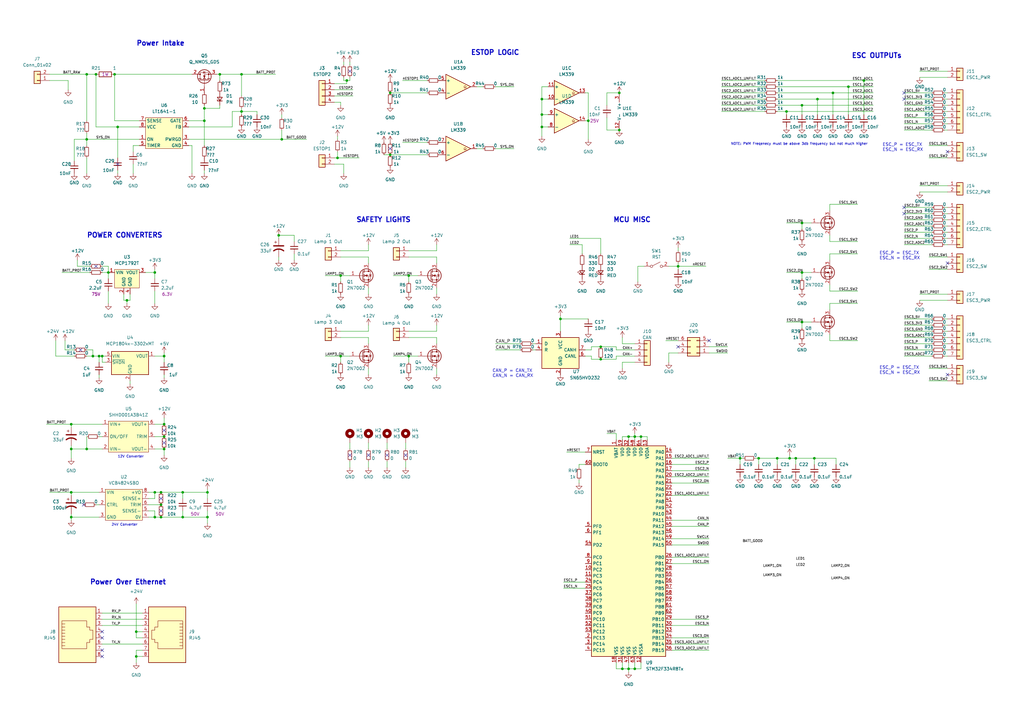
<source format=kicad_sch>
(kicad_sch (version 20211123) (generator eeschema)
  (paper "A3")
  (junction (at 323.85 187.96))
  (junction (at 66.04 207.01))
  (junction (at 29.21 212.09))
  (junction (at 278.13 109.22))
  (junction (at 254 38.1))
  (junction (at 354.33 33.02))
  (junction (at 241.3 49.53))
  (junction (at 328.93 111.76))
  (junction (at 66.04 212.09))
  (junction (at 254 53.34))
  (junction (at 115.57 57.15))
  (junction (at 83.82 49.53))
  (junction (at 99.06 45.72))
  (junction (at 85.09 212.09))
  (junction (at 99.06 30.48))
  (junction (at 222.25 40.64))
  (junction (at 74.93 201.93))
  (junction (at 139.7 146.05))
  (junction (at 38.1 146.05))
  (junction (at 90.17 30.48))
  (junction (at 29.21 173.99))
  (junction (at 222.25 52.07))
  (junction (at 35.56 184.15))
  (junction (at 63.5 201.93))
  (junction (at 335.28 40.64))
  (junction (at 55.88 259.08))
  (junction (at 35.56 30.48))
  (junction (at 260.35 179.07))
  (junction (at 328.93 132.08))
  (junction (at 167.64 113.03))
  (junction (at 63.5 212.09))
  (junction (at 322.58 45.72))
  (junction (at 334.01 187.96))
  (junction (at 29.21 201.93))
  (junction (at 74.93 212.09))
  (junction (at 328.93 43.18))
  (junction (at 66.04 201.93))
  (junction (at 48.26 52.07))
  (junction (at 257.81 274.32))
  (junction (at 160.02 38.1))
  (junction (at 326.39 187.96))
  (junction (at 341.63 38.1))
  (junction (at 39.37 30.48))
  (junction (at 318.77 187.96))
  (junction (at 262.89 179.07))
  (junction (at 85.09 201.93))
  (junction (at 246.38 142.24))
  (junction (at 222.25 46.99))
  (junction (at 52.07 123.19))
  (junction (at 328.93 91.44))
  (junction (at 46.99 30.48))
  (junction (at 257.81 179.07))
  (junction (at 139.7 113.03))
  (junction (at 55.88 269.24))
  (junction (at 67.31 173.99))
  (junction (at 142.24 33.02))
  (junction (at 114.3 96.52))
  (junction (at 83.82 44.45))
  (junction (at 303.53 187.96))
  (junction (at 255.27 274.32))
  (junction (at 67.31 179.07))
  (junction (at 67.31 146.05))
  (junction (at 138.43 64.77))
  (junction (at 63.5 111.76))
  (junction (at 44.45 111.76))
  (junction (at 347.98 35.56))
  (junction (at 160.02 63.5))
  (junction (at 29.21 184.15))
  (junction (at 67.31 184.15))
  (junction (at 41.91 146.05))
  (junction (at 167.64 146.05))
  (junction (at 311.15 187.96))
  (junction (at 229.87 130.81))
  (junction (at 35.56 57.15))
  (junction (at 246.38 147.32))
  (junction (at 260.35 274.32))
  (junction (at 40.64 146.05))
  (no_connect (at 66.04 209.55))
  (no_connect (at 66.04 204.47))
  (no_connect (at 33.02 143.51))
  (no_connect (at 370.84 87.63))
  (no_connect (at 370.84 85.09))
  (no_connect (at 388.62 153.67))
  (no_connect (at 388.62 62.23))
  (no_connect (at 290.83 139.7))
  (no_connect (at 278.13 142.24))
  (no_connect (at 143.51 186.69))
  (no_connect (at 388.62 107.95))
  (no_connect (at 143.51 29.21))
  (no_connect (at 39.37 109.22))
  (no_connect (at 151.13 186.69))
  (no_connect (at 166.37 186.69))
  (no_connect (at 158.75 186.69))
  (no_connect (at 34.29 207.01))
  (no_connect (at 160.02 60.96))
  (no_connect (at 48.26 67.31))
  (no_connect (at 67.31 181.61))
  (no_connect (at 67.31 176.53))
  (no_connect (at 41.91 266.7))
  (no_connect (at 41.91 259.08))
  (no_connect (at 41.91 269.24))
  (no_connect (at 41.91 261.62))
  (no_connect (at 370.84 38.1))
  (no_connect (at 370.84 40.64))
  (wire (pts (xy 275.59 264.16) (xy 290.83 264.16)))
  (wire (pts (xy 29.21 173.99) (xy 41.91 173.99)))
  (wire (pts (xy 387.35 38.1) (xy 388.62 38.1)))
  (wire (pts (xy 318.77 187.96) (xy 311.15 187.96)))
  (wire (pts (xy 167.64 146.05) (xy 171.45 146.05)))
  (wire (pts (xy 260.35 271.78) (xy 260.35 274.32)))
  (wire (pts (xy 377.19 120.65) (xy 388.62 120.65)))
  (wire (pts (xy 35.56 54.61) (xy 35.56 57.15)))
  (wire (pts (xy 44.45 111.76) (xy 44.45 114.3)))
  (wire (pts (xy 275.59 213.36) (xy 290.83 213.36)))
  (wire (pts (xy 252.73 271.78) (xy 252.73 274.32)))
  (wire (pts (xy 167.64 113.03) (xy 167.64 115.57)))
  (wire (pts (xy 54.61 62.23) (xy 54.61 59.69)))
  (wire (pts (xy 77.47 52.07) (xy 95.25 52.07)))
  (wire (pts (xy 252.73 274.32) (xy 255.27 274.32)))
  (wire (pts (xy 142.24 33.02) (xy 140.97 33.02)))
  (wire (pts (xy 29.21 184.15) (xy 29.21 187.96)))
  (wire (pts (xy 30.48 57.15) (xy 35.56 57.15)))
  (wire (pts (xy 151.13 102.87) (xy 151.13 100.33)))
  (wire (pts (xy 255.27 271.78) (xy 255.27 274.32)))
  (wire (pts (xy 275.59 256.54) (xy 290.83 256.54)))
  (wire (pts (xy 295.91 35.56) (xy 313.69 35.56)))
  (wire (pts (xy 63.5 173.99) (xy 67.31 173.99)))
  (wire (pts (xy 99.06 44.45) (xy 99.06 45.72)))
  (wire (pts (xy 295.91 45.72) (xy 313.69 45.72)))
  (wire (pts (xy 252.73 146.05) (xy 260.35 146.05)))
  (wire (pts (xy 377.19 31.75) (xy 388.62 31.75)))
  (wire (pts (xy 370.84 53.34) (xy 382.27 53.34)))
  (wire (pts (xy 151.13 135.89) (xy 151.13 133.35)))
  (wire (pts (xy 60.96 207.01) (xy 66.04 207.01)))
  (wire (pts (xy 328.93 111.76) (xy 328.93 114.3)))
  (wire (pts (xy 257.81 179.07) (xy 255.27 179.07)))
  (wire (pts (xy 222.25 40.64) (xy 224.79 40.64)))
  (wire (pts (xy 25.4 111.76) (xy 36.83 111.76)))
  (wire (pts (xy 340.36 99.06) (xy 351.79 99.06)))
  (wire (pts (xy 143.51 31.75) (xy 143.51 33.02)))
  (wire (pts (xy 370.84 43.18) (xy 382.27 43.18)))
  (wire (pts (xy 341.63 38.1) (xy 341.63 46.99)))
  (wire (pts (xy 160.02 63.5) (xy 175.26 63.5)))
  (wire (pts (xy 309.88 187.96) (xy 311.15 187.96)))
  (wire (pts (xy 295.91 33.02) (xy 313.69 33.02)))
  (wire (pts (xy 40.64 146.05) (xy 41.91 146.05)))
  (wire (pts (xy 381 151.13) (xy 388.62 151.13)))
  (wire (pts (xy 255.27 179.07) (xy 255.27 180.34)))
  (wire (pts (xy 222.25 52.07) (xy 224.79 52.07)))
  (wire (pts (xy 370.84 97.79) (xy 382.27 97.79)))
  (wire (pts (xy 29.21 184.15) (xy 35.56 184.15)))
  (wire (pts (xy 387.35 40.64) (xy 388.62 40.64)))
  (wire (pts (xy 167.64 113.03) (xy 171.45 113.03)))
  (wire (pts (xy 340.36 104.14) (xy 351.79 104.14)))
  (wire (pts (xy 328.93 91.44) (xy 328.93 93.98)))
  (wire (pts (xy 38.1 146.05) (xy 40.64 146.05)))
  (wire (pts (xy 274.32 144.78) (xy 274.32 148.59)))
  (wire (pts (xy 90.17 44.45) (xy 90.17 43.18)))
  (wire (pts (xy 262.89 179.07) (xy 265.43 179.07)))
  (wire (pts (xy 370.84 48.26) (xy 382.27 48.26)))
  (wire (pts (xy 35.56 57.15) (xy 35.56 59.69)))
  (wire (pts (xy 54.61 59.69) (xy 57.15 59.69)))
  (wire (pts (xy 19.05 173.99) (xy 29.21 173.99)))
  (wire (pts (xy 387.35 43.18) (xy 388.62 43.18)))
  (wire (pts (xy 255.27 138.43) (xy 255.27 140.97)))
  (wire (pts (xy 275.59 190.5) (xy 290.83 190.5)))
  (wire (pts (xy 318.77 187.96) (xy 318.77 190.5)))
  (wire (pts (xy 377.19 78.74) (xy 388.62 78.74)))
  (wire (pts (xy 340.36 83.82) (xy 340.36 86.36)))
  (wire (pts (xy 387.35 53.34) (xy 388.62 53.34)))
  (wire (pts (xy 55.88 269.24) (xy 58.42 269.24)))
  (wire (pts (xy 41.91 148.59) (xy 41.91 146.05)))
  (wire (pts (xy 354.33 33.02) (xy 358.14 33.02)))
  (wire (pts (xy 257.81 274.32) (xy 257.81 275.59)))
  (wire (pts (xy 260.35 274.32) (xy 262.89 274.32)))
  (wire (pts (xy 167.64 105.41) (xy 179.07 105.41)))
  (wire (pts (xy 115.57 53.34) (xy 115.57 57.15)))
  (wire (pts (xy 41.91 146.05) (xy 43.18 146.05)))
  (wire (pts (xy 275.59 215.9) (xy 290.83 215.9)))
  (wire (pts (xy 342.9 187.96) (xy 342.9 190.5)))
  (wire (pts (xy 318.77 38.1) (xy 341.63 38.1)))
  (wire (pts (xy 54.61 67.31) (xy 54.61 71.12)))
  (wire (pts (xy 151.13 105.41) (xy 151.13 107.95)))
  (wire (pts (xy 29.21 212.09) (xy 40.64 212.09)))
  (wire (pts (xy 41.91 251.46) (xy 58.42 251.46)))
  (wire (pts (xy 318.77 35.56) (xy 347.98 35.56)))
  (wire (pts (xy 328.93 132.08) (xy 332.74 132.08)))
  (wire (pts (xy 139.7 138.43) (xy 151.13 138.43)))
  (wire (pts (xy 387.35 133.35) (xy 388.62 133.35)))
  (wire (pts (xy 252.73 142.24) (xy 246.38 142.24)))
  (wire (pts (xy 224.79 35.56) (xy 222.25 35.56)))
  (wire (pts (xy 195.58 60.96) (xy 198.12 60.96)))
  (wire (pts (xy 55.88 266.7) (xy 55.88 269.24)))
  (wire (pts (xy 233.68 97.79) (xy 246.38 97.79)))
  (wire (pts (xy 90.17 30.48) (xy 99.06 30.48)))
  (wire (pts (xy 275.59 261.62) (xy 290.83 261.62)))
  (wire (pts (xy 115.57 46.99) (xy 115.57 48.26)))
  (wire (pts (xy 88.9 30.48) (xy 90.17 30.48)))
  (wire (pts (xy 335.28 40.64) (xy 335.28 46.99)))
  (wire (pts (xy 323.85 187.96) (xy 318.77 187.96)))
  (wire (pts (xy 195.58 35.56) (xy 198.12 35.56)))
  (wire (pts (xy 63.5 201.93) (xy 63.5 204.47)))
  (wire (pts (xy 158.75 181.61) (xy 158.75 184.15)))
  (wire (pts (xy 262.89 274.32) (xy 262.89 271.78)))
  (wire (pts (xy 165.1 33.02) (xy 175.26 33.02)))
  (wire (pts (xy 290.83 142.24) (xy 298.45 142.24)))
  (wire (pts (xy 387.35 135.89) (xy 388.62 135.89)))
  (wire (pts (xy 387.35 92.71) (xy 388.62 92.71)))
  (wire (pts (xy 370.84 85.09) (xy 382.27 85.09)))
  (wire (pts (xy 167.64 138.43) (xy 179.07 138.43)))
  (wire (pts (xy 318.77 43.18) (xy 328.93 43.18)))
  (wire (pts (xy 222.25 46.99) (xy 222.25 40.64)))
  (wire (pts (xy 63.5 119.38) (xy 63.5 124.46)))
  (wire (pts (xy 133.35 113.03) (xy 139.7 113.03)))
  (wire (pts (xy 278.13 109.22) (xy 278.13 110.49)))
  (wire (pts (xy 20.32 30.48) (xy 35.56 30.48)))
  (wire (pts (xy 114.3 105.41) (xy 114.3 106.68)))
  (wire (pts (xy 179.07 118.11) (xy 179.07 120.65)))
  (wire (pts (xy 241.3 57.15) (xy 241.3 49.53)))
  (wire (pts (xy 248.92 48.26) (xy 248.92 53.34)))
  (wire (pts (xy 323.85 186.69) (xy 323.85 187.96)))
  (wire (pts (xy 48.26 52.07) (xy 39.37 52.07)))
  (wire (pts (xy 231.14 238.76) (xy 240.03 238.76)))
  (wire (pts (xy 74.93 201.93) (xy 74.93 204.47)))
  (wire (pts (xy 60.96 201.93) (xy 63.5 201.93)))
  (wire (pts (xy 35.56 179.07) (xy 35.56 184.15)))
  (wire (pts (xy 275.59 198.12) (xy 290.83 198.12)))
  (wire (pts (xy 262.89 179.07) (xy 262.89 180.34)))
  (wire (pts (xy 63.5 179.07) (xy 67.31 179.07)))
  (wire (pts (xy 237.49 190.5) (xy 240.03 190.5)))
  (wire (pts (xy 248.92 53.34) (xy 254 53.34)))
  (wire (pts (xy 151.13 151.13) (xy 151.13 153.67)))
  (wire (pts (xy 240.03 146.05) (xy 242.57 146.05)))
  (wire (pts (xy 55.88 247.65) (xy 55.88 259.08)))
  (wire (pts (xy 248.92 38.1) (xy 254 38.1)))
  (wire (pts (xy 151.13 138.43) (xy 151.13 140.97)))
  (wire (pts (xy 41.91 254) (xy 58.42 254)))
  (wire (pts (xy 387.35 97.79) (xy 388.62 97.79)))
  (wire (pts (xy 85.09 201.93) (xy 74.93 201.93)))
  (wire (pts (xy 137.16 34.29) (xy 142.24 34.29)))
  (wire (pts (xy 370.84 87.63) (xy 382.27 87.63)))
  (wire (pts (xy 99.06 30.48) (xy 99.06 39.37)))
  (wire (pts (xy 85.09 212.09) (xy 85.09 214.63)))
  (wire (pts (xy 322.58 132.08) (xy 328.93 132.08)))
  (wire (pts (xy 58.42 266.7) (xy 55.88 266.7)))
  (wire (pts (xy 60.96 209.55) (xy 63.5 209.55)))
  (wire (pts (xy 143.51 189.23) (xy 143.51 191.77)))
  (wire (pts (xy 275.59 187.96) (xy 290.83 187.96)))
  (wire (pts (xy 114.3 96.52) (xy 114.3 97.79)))
  (wire (pts (xy 41.91 256.54) (xy 58.42 256.54)))
  (wire (pts (xy 370.84 38.1) (xy 382.27 38.1)))
  (wire (pts (xy 83.82 44.45) (xy 90.17 44.45)))
  (wire (pts (xy 387.35 140.97) (xy 388.62 140.97)))
  (wire (pts (xy 29.21 213.36) (xy 29.21 212.09)))
  (wire (pts (xy 48.26 52.07) (xy 48.26 64.77)))
  (wire (pts (xy 53.34 156.21) (xy 53.34 157.48)))
  (wire (pts (xy 35.56 146.05) (xy 38.1 146.05)))
  (wire (pts (xy 370.84 100.33) (xy 382.27 100.33)))
  (wire (pts (xy 133.35 146.05) (xy 139.7 146.05)))
  (wire (pts (xy 67.31 144.78) (xy 67.31 146.05)))
  (wire (pts (xy 381 64.77) (xy 388.62 64.77)))
  (wire (pts (xy 275.59 193.04) (xy 290.83 193.04)))
  (wire (pts (xy 85.09 209.55) (xy 85.09 212.09)))
  (wire (pts (xy 274.32 109.22) (xy 278.13 109.22)))
  (wire (pts (xy 137.16 39.37) (xy 144.78 39.37)))
  (wire (pts (xy 246.38 142.24) (xy 242.57 142.24)))
  (wire (pts (xy 20.32 201.93) (xy 29.21 201.93)))
  (wire (pts (xy 265.43 179.07) (xy 265.43 180.34)))
  (wire (pts (xy 311.15 187.96) (xy 311.15 190.5)))
  (wire (pts (xy 139.7 113.03) (xy 139.7 115.57)))
  (wire (pts (xy 248.92 43.18) (xy 248.92 38.1)))
  (wire (pts (xy 77.47 59.69) (xy 78.74 59.69)))
  (wire (pts (xy 242.57 142.24) (xy 242.57 143.51)))
  (wire (pts (xy 26.67 139.7) (xy 26.67 143.51)))
  (wire (pts (xy 203.2 60.96) (xy 210.82 60.96)))
  (wire (pts (xy 370.84 133.35) (xy 382.27 133.35)))
  (wire (pts (xy 63.5 201.93) (xy 66.04 201.93)))
  (wire (pts (xy 140.97 25.4) (xy 140.97 26.67)))
  (wire (pts (xy 237.49 196.85) (xy 237.49 198.12)))
  (wire (pts (xy 387.35 48.26) (xy 388.62 48.26)))
  (wire (pts (xy 83.82 43.18) (xy 83.82 44.45)))
  (wire (pts (xy 30.48 143.51) (xy 26.67 143.51)))
  (wire (pts (xy 303.53 187.96) (xy 303.53 190.5)))
  (wire (pts (xy 229.87 130.81) (xy 229.87 135.89)))
  (wire (pts (xy 318.77 33.02) (xy 354.33 33.02)))
  (wire (pts (xy 298.45 187.96) (xy 303.53 187.96)))
  (wire (pts (xy 41.91 111.76) (xy 44.45 111.76)))
  (wire (pts (xy 120.65 96.52) (xy 120.65 99.06)))
  (wire (pts (xy 334.01 187.96) (xy 342.9 187.96)))
  (wire (pts (xy 203.2 143.51) (xy 213.36 143.51)))
  (wire (pts (xy 275.59 195.58) (xy 290.83 195.58)))
  (wire (pts (xy 120.65 104.14) (xy 120.65 106.68)))
  (wire (pts (xy 328.93 91.44) (xy 332.74 91.44)))
  (wire (pts (xy 115.57 57.15) (xy 125.73 57.15)))
  (wire (pts (xy 151.13 181.61) (xy 151.13 184.15)))
  (wire (pts (xy 78.74 59.69) (xy 78.74 71.12)))
  (wire (pts (xy 387.35 90.17) (xy 388.62 90.17)))
  (wire (pts (xy 57.15 52.07) (xy 48.26 52.07)))
  (wire (pts (xy 105.41 46.99) (xy 105.41 45.72)))
  (wire (pts (xy 39.37 30.48) (xy 39.37 52.07)))
  (wire (pts (xy 275.59 203.2) (xy 290.83 203.2)))
  (wire (pts (xy 55.88 269.24) (xy 55.88 271.78)))
  (wire (pts (xy 165.1 58.42) (xy 175.26 58.42)))
  (wire (pts (xy 139.7 135.89) (xy 151.13 135.89)))
  (wire (pts (xy 340.36 119.38) (xy 351.79 119.38)))
  (wire (pts (xy 328.93 111.76) (xy 332.74 111.76)))
  (wire (pts (xy 370.84 95.25) (xy 382.27 95.25)))
  (wire (pts (xy 142.24 34.29) (xy 142.24 33.02)))
  (wire (pts (xy 334.01 187.96) (xy 334.01 190.5)))
  (wire (pts (xy 238.76 104.14) (xy 238.76 100.33)))
  (wire (pts (xy 63.5 204.47) (xy 60.96 204.47)))
  (wire (pts (xy 203.2 140.97) (xy 213.36 140.97)))
  (wire (pts (xy 83.82 69.85) (xy 83.82 71.12)))
  (wire (pts (xy 370.84 138.43) (xy 382.27 138.43)))
  (wire (pts (xy 387.35 146.05) (xy 388.62 146.05)))
  (wire (pts (xy 22.86 146.05) (xy 30.48 146.05)))
  (wire (pts (xy 35.56 30.48) (xy 39.37 30.48)))
  (wire (pts (xy 326.39 187.96) (xy 326.39 190.5)))
  (wire (pts (xy 29.21 173.99) (xy 29.21 175.26)))
  (wire (pts (xy 41.91 264.16) (xy 58.42 264.16)))
  (wire (pts (xy 387.35 130.81) (xy 388.62 130.81)))
  (wire (pts (xy 29.21 210.82) (xy 29.21 212.09)))
  (wire (pts (xy 323.85 187.96) (xy 326.39 187.96)))
  (wire (pts (xy 161.29 146.05) (xy 167.64 146.05)))
  (wire (pts (xy 29.21 201.93) (xy 40.64 201.93)))
  (wire (pts (xy 179.07 102.87) (xy 179.07 100.33)))
  (wire (pts (xy 387.35 143.51) (xy 388.62 143.51)))
  (wire (pts (xy 252.73 143.51) (xy 252.73 142.24)))
  (wire (pts (xy 370.84 135.89) (xy 382.27 135.89)))
  (wire (pts (xy 52.07 123.19) (xy 50.8 123.19)))
  (wire (pts (xy 59.69 111.76) (xy 63.5 111.76)))
  (wire (pts (xy 27.94 33.02) (xy 27.94 36.83)))
  (wire (pts (xy 257.81 271.78) (xy 257.81 274.32)))
  (wire (pts (xy 63.5 212.09) (xy 66.04 212.09)))
  (wire (pts (xy 53.34 120.65) (xy 53.34 123.19)))
  (wire (pts (xy 222.25 46.99) (xy 224.79 46.99)))
  (wire (pts (xy 252.73 180.34) (xy 252.73 177.8)))
  (wire (pts (xy 273.05 139.7) (xy 278.13 139.7)))
  (wire (pts (xy 138.43 62.23) (xy 138.43 64.77)))
  (wire (pts (xy 260.35 179.07) (xy 260.35 180.34)))
  (wire (pts (xy 257.81 179.07) (xy 257.81 180.34)))
  (wire (pts (xy 99.06 30.48) (xy 113.03 30.48)))
  (wire (pts (xy 295.91 38.1) (xy 313.69 38.1)))
  (wire (pts (xy 381 156.21) (xy 388.62 156.21)))
  (wire (pts (xy 67.31 171.45) (xy 67.31 173.99)))
  (wire (pts (xy 275.59 223.52) (xy 290.83 223.52)))
  (wire (pts (xy 83.82 44.45) (xy 83.82 49.53)))
  (wire (pts (xy 29.21 182.88) (xy 29.21 184.15)))
  (wire (pts (xy 241.3 49.53) (xy 241.3 38.1)))
  (wire (pts (xy 233.68 100.33) (xy 238.76 100.33)))
  (wire (pts (xy 50.8 120.65) (xy 50.8 123.19)))
  (wire (pts (xy 151.13 189.23) (xy 151.13 191.77)))
  (wire (pts (xy 40.64 179.07) (xy 41.91 179.07)))
  (wire (pts (xy 322.58 91.44) (xy 328.93 91.44)))
  (wire (pts (xy 260.35 177.8) (xy 260.35 179.07)))
  (wire (pts (xy 139.7 105.41) (xy 151.13 105.41)))
  (wire (pts (xy 260.35 148.59) (xy 255.27 148.59)))
  (wire (pts (xy 179.07 138.43) (xy 179.07 140.97)))
  (wire (pts (xy 260.35 179.07) (xy 257.81 179.07)))
  (wire (pts (xy 347.98 35.56) (xy 358.14 35.56)))
  (wire (pts (xy 387.35 100.33) (xy 388.62 100.33)))
  (wire (pts (xy 40.64 146.05) (xy 40.64 148.59)))
  (wire (pts (xy 157.48 63.5) (xy 160.02 63.5)))
  (wire (pts (xy 377.19 29.21) (xy 388.62 29.21)))
  (wire (pts (xy 46.99 30.48) (xy 46.99 49.53)))
  (wire (pts (xy 340.36 139.7) (xy 340.36 137.16)))
  (wire (pts (xy 278.13 109.22) (xy 278.13 107.95)))
  (wire (pts (xy 31.75 106.68) (xy 31.75 109.22)))
  (wire (pts (xy 139.7 146.05) (xy 143.51 146.05)))
  (wire (pts (xy 370.84 130.81) (xy 382.27 130.81)))
  (wire (pts (xy 242.57 143.51) (xy 240.03 143.51)))
  (wire (pts (xy 83.82 49.53) (xy 83.82 59.69)))
  (wire (pts (xy 387.35 50.8) (xy 388.62 50.8)))
  (wire (pts (xy 377.19 123.19) (xy 388.62 123.19)))
  (wire (pts (xy 246.38 104.14) (xy 246.38 97.79)))
  (wire (pts (xy 252.73 143.51) (xy 260.35 143.51)))
  (wire (pts (xy 63.5 184.15) (xy 67.31 184.15)))
  (wire (pts (xy 99.06 45.72) (xy 99.06 46.99)))
  (wire (pts (xy 218.44 140.97) (xy 219.71 140.97)))
  (wire (pts (xy 60.96 212.09) (xy 63.5 212.09)))
  (wire (pts (xy 137.16 67.31) (xy 140.97 67.31)))
  (wire (pts (xy 387.35 95.25) (xy 388.62 95.25)))
  (wire (pts (xy 278.13 101.6) (xy 278.13 102.87)))
  (wire (pts (xy 222.25 35.56) (xy 222.25 40.64)))
  (wire (pts (xy 218.44 143.51) (xy 219.71 143.51)))
  (wire (pts (xy 137.16 36.83) (xy 144.78 36.83)))
  (wire (pts (xy 295.91 40.64) (xy 313.69 40.64)))
  (wire (pts (xy 85.09 212.09) (xy 74.93 212.09)))
  (wire (pts (xy 231.14 241.3) (xy 240.03 241.3)))
  (wire (pts (xy 340.36 83.82) (xy 351.79 83.82)))
  (wire (pts (xy 85.09 201.93) (xy 85.09 204.47)))
  (wire (pts (xy 138.43 64.77) (xy 137.16 64.77)))
  (wire (pts (xy 22.86 139.7) (xy 22.86 146.05)))
  (wire (pts (xy 77.47 57.15) (xy 115.57 57.15)))
  (wire (pts (xy 318.77 45.72) (xy 322.58 45.72)))
  (wire (pts (xy 387.35 85.09) (xy 388.62 85.09)))
  (wire (pts (xy 43.18 148.59) (xy 41.91 148.59)))
  (wire (pts (xy 20.32 33.02) (xy 27.94 33.02)))
  (wire (pts (xy 260.35 140.97) (xy 255.27 140.97)))
  (wire (pts (xy 354.33 33.02) (xy 354.33 46.99)))
  (wire (pts (xy 74.93 209.55) (xy 74.93 212.09)))
  (wire (pts (xy 264.16 109.22) (xy 261.62 109.22)))
  (wire (pts (xy 39.37 207.01) (xy 40.64 207.01)))
  (wire (pts (xy 137.16 41.91) (xy 139.7 41.91)))
  (wire (pts (xy 139.7 102.87) (xy 151.13 102.87)))
  (wire (pts (xy 240.03 49.53) (xy 241.3 49.53)))
  (wire (pts (xy 151.13 118.11) (xy 151.13 120.65)))
  (wire (pts (xy 166.37 181.61) (xy 166.37 184.15)))
  (wire (pts (xy 340.36 124.46) (xy 340.36 127)))
  (wire (pts (xy 255.27 148.59) (xy 255.27 151.13)))
  (wire (pts (xy 167.64 135.89) (xy 179.07 135.89)))
  (wire (pts (xy 35.56 143.51) (xy 38.1 143.51)))
  (wire (pts (xy 99.06 45.72) (xy 105.41 45.72)))
  (wire (pts (xy 222.25 52.07) (xy 222.25 55.88)))
  (wire (pts (xy 381 105.41) (xy 388.62 105.41)))
  (wire (pts (xy 143.51 181.61) (xy 143.51 184.15)))
  (wire (pts (xy 261.62 109.22) (xy 261.62 115.57)))
  (wire (pts (xy 167.64 102.87) (xy 179.07 102.87)))
  (wire (pts (xy 55.88 261.62) (xy 55.88 259.08)))
  (wire (pts (xy 303.53 187.96) (xy 304.8 187.96)))
  (wire (pts (xy 160.02 38.1) (xy 175.26 38.1)))
  (wire (pts (xy 370.84 92.71) (xy 382.27 92.71)))
  (wire (pts (xy 46.99 49.53) (xy 57.15 49.53)))
  (wire (pts (xy 229.87 129.54) (xy 229.87 130.81)))
  (wire (pts (xy 328.93 132.08) (xy 328.93 134.62)))
  (wire (pts (xy 341.63 38.1) (xy 358.14 38.1)))
  (wire (pts (xy 370.84 90.17) (xy 382.27 90.17)))
  (wire (pts (xy 370.84 143.51) (xy 382.27 143.51)))
  (wire (pts (xy 52.07 123.19) (xy 53.34 123.19)))
  (wire (pts (xy 340.36 104.14) (xy 340.36 106.68)))
  (wire (pts (xy 67.31 146.05) (xy 67.31 148.59)))
  (wire (pts (xy 35.56 57.15) (xy 57.15 57.15)))
  (wire (pts (xy 167.64 146.05) (xy 167.64 148.59)))
  (wire (pts (xy 387.35 45.72) (xy 388.62 45.72)))
  (wire (pts (xy 237.49 191.77) (xy 237.49 190.5)))
  (wire (pts (xy 255.27 274.32) (xy 257.81 274.32)))
  (wire (pts (xy 381 59.69) (xy 388.62 59.69)))
  (wire (pts (xy 46.99 30.48) (xy 78.74 30.48)))
  (wire (pts (xy 95.25 45.72) (xy 99.06 45.72)))
  (wire (pts (xy 377.19 76.2) (xy 388.62 76.2)))
  (wire (pts (xy 275.59 228.6) (xy 290.83 228.6)))
  (wire (pts (xy 318.77 40.64) (xy 335.28 40.64)))
  (wire (pts (xy 63.5 111.76) (xy 63.5 114.3)))
  (wire (pts (xy 63.5 110.49) (xy 63.5 111.76)))
  (wire (pts (xy 275.59 231.14) (xy 290.83 231.14)))
  (wire (pts (xy 139.7 146.05) (xy 139.7 148.59)))
  (wire (pts (xy 229.87 130.81) (xy 241.3 130.81)))
  (wire (pts (xy 63.5 146.05) (xy 67.31 146.05)))
  (wire (pts (xy 232.41 185.42) (xy 240.03 185.42)))
  (wire (pts (xy 63.5 209.55) (xy 63.5 212.09)))
  (wire (pts (xy 35.56 184.15) (xy 41.91 184.15)))
  (wire (pts (xy 95.25 52.07) (xy 95.25 45.72)))
  (wire (pts (xy 295.91 43.18) (xy 313.69 43.18)))
  (wire (pts (xy 38.1 143.51) (xy 38.1 146.05)))
  (wire (pts (xy 40.64 153.67) (xy 40.64 154.94)))
  (wire (pts (xy 260.35 179.07) (xy 262.89 179.07)))
  (wire (pts (xy 67.31 184.15) (xy 67.31 186.69)))
  (wire (pts (xy 36.83 109.22) (xy 31.75 109.22)))
  (wire (pts (xy 242.57 147.32) (xy 246.38 147.32)))
  (wire (pts (xy 179.07 151.13) (xy 179.07 153.67)))
  (wire (pts (xy 241.3 38.1) (xy 240.03 38.1)))
  (wire (pts (xy 370.84 146.05) (xy 382.27 146.05)))
  (wire (pts (xy 275.59 266.7) (xy 290.83 266.7)))
  (wire (pts (xy 77.47 49.53) (xy 83.82 49.53)))
  (wire (pts (xy 44.45 119.38) (xy 44.45 124.46)))
  (wire (pts (xy 340.36 119.38) (xy 340.36 116.84)))
  (wire (pts (xy 252.73 147.32) (xy 252.73 146.05)))
  (wire (pts (xy 30.48 66.04) (xy 30.48 57.15)))
  (wire (pts (xy 35.56 30.48) (xy 35.56 49.53)))
  (wire (pts (xy 290.83 144.78) (xy 298.45 144.78)))
  (wire (pts (xy 370.84 45.72) (xy 382.27 45.72)))
  (wire (pts (xy 29.21 203.2) (xy 29.21 201.93)))
  (wire (pts (xy 347.98 35.56) (xy 347.98 46.99)))
  (wire (pts (xy 138.43 64.77) (xy 147.32 64.77)))
  (wire (pts (xy 158.75 189.23) (xy 158.75 191.77)))
  (wire (pts (xy 52.07 124.46) (xy 52.07 123.19)))
  (wire (pts (xy 252.73 177.8) (xy 248.92 177.8)))
  (wire (pts (xy 138.43 55.88) (xy 138.43 57.15)))
  (wire (pts (xy 66.04 201.93) (xy 74.93 201.93)))
  (wire (pts (xy 58.42 261.62) (xy 55.88 261.62)))
  (wire (pts (xy 387.35 138.43) (xy 388.62 138.43)))
  (wire (pts (xy 370.84 50.8) (xy 382.27 50.8)))
  (wire (pts (xy 328.93 43.18) (xy 358.14 43.18)))
  (wire (pts (xy 48.26 69.85) (xy 48.26 71.12)))
  (wire (pts (xy 90.17 30.48) (xy 90.17 33.02)))
  (wire (pts (xy 246.38 147.32) (xy 252.73 147.32)))
  (wire (pts (xy 278.13 109.22) (xy 289.56 109.22)))
  (wire (pts (xy 140.97 67.31) (xy 140.97 71.12)))
  (wire (pts (xy 41.91 109.22) (xy 44.45 109.22)))
  (wire (pts (xy 322.58 111.76) (xy 328.93 111.76)))
  (wire (pts (xy 67.31 153.67) (xy 67.31 154.94)))
  (wire (pts (xy 275.59 254) (xy 290.83 254)))
  (wire (pts (xy 381 110.49) (xy 388.62 110.49)))
  (wire (pts (xy 387.35 87.63) (xy 388.62 87.63)))
  (wire (pts (xy 179.07 105.41) (xy 179.07 107.95)))
  (wire (pts (xy 326.39 187.96) (xy 334.01 187.96)))
  (wire (pts (xy 179.07 135.89) (xy 179.07 133.35)))
  (wire (pts (xy 142.24 33.02) (xy 143.51 33.02)))
  (wire (pts (xy 340.36 99.06) (xy 340.36 96.52)))
  (wire (pts (xy 35.56 64.77) (xy 35.56 71.12)))
  (wire (pts (xy 278.13 144.78) (xy 274.32 144.78)))
  (wire (pts (xy 55.88 259.08) (xy 58.42 259.08)))
  (wire (pts (xy 242.57 146.05) (xy 242.57 147.32)))
  (wire (pts (xy 340.36 124.46) (xy 351.79 124.46)))
  (wire (pts (xy 322.58 45.72) (xy 358.14 45.72)))
  (wire (pts (xy 328.93 43.18) (xy 328.93 46.99)))
  (wire (pts (xy 275.59 220.98) (xy 290.83 220.98)))
  (wire (pts (xy 322.58 45.72) (xy 322.58 46.99)))
  (wire (pts (xy 222.25 46.99) (xy 222.25 52.07)))
  (wire (pts (xy 120.65 96.52) (xy 114.3 96.52)))
  (wire (pts (xy 370.84 140.97) (xy 382.27 140.97)))
  (wire (pts (xy 85.09 200.66) (xy 85.09 201.93)))
  (wire (pts (xy 340.36 139.7) (xy 351.79 139.7)))
  (wire (pts (xy 66.04 212.09) (xy 74.93 212.09)))
  (wire (pts (xy 166.37 189.23) (xy 166.37 191.77)))
  (wire (pts (xy 260.35 274.32) (xy 257.81 274.32)))
  (wire (pts (xy 203.2 35.56) (xy 210.82 35.56)))
  (wire (pts (xy 140.97 31.75) (xy 140.97 33.02)))
  (wire (pts (xy 139.7 113.03) (xy 143.51 113.03)))
  (wire (pts (xy 370.84 40.64) (xy 382.27 40.64)))
  (wire (pts (xy 139.7 41.91) (xy 139.7 43.18)))
  (wire (pts (xy 44.45 109.22) (xy 44.45 111.76)))
  (wire (pts (xy 143.51 25.4) (xy 143.51 26.67)))
  (wire (pts (xy 161.29 113.03) (xy 167.64 113.03)))
  (wire (pts (xy 335.28 40.64) (xy 358.14 40.64)))
  (text "12V Converter" (at 48.26 187.96 0) (effects (font (size 0.99 0.99)) (justify left bottom)))
  (text "Sense Resistor:\nI_limit = 47mV/Rsense\n\nFB Pin:\nCompared against 1.233V reference to pull PWRGOOD high" (at -24.13 -8.89 0) (effects (font (size 1.27 1.27)) (justify left bottom)))
  (text "NOTE: PWM Freqenecy must be above 3db frequency but not much higher" (at 299.72 59.69 0) (effects (font (size 0.99 0.99)) (justify left bottom)))
  (text "POWER CONVERTERS" (at 35.56 97.79 0) (effects (font (size 2 2) (thickness 0.4) bold) (justify left bottom)))
  (text "Power Intake\n" (at 55.88 19.05 0) (effects (font (size 2 2) bold) (justify left bottom)))
  (text "SAFETY LIGHTS" (at 146.05 91.44 0) (effects (font (size 2 2) bold) (justify left bottom)))
  (text "ESC_P = ESC_TX\nESC_N = ESC_RX\n" (at 361.95 62.23 0) (effects (font (size 1.27 1.27)) (justify left bottom)))
  (text "ESC OUTPUTs\n" (at 349.25 24.13 0) (effects (font (size 2 2) bold) (justify left bottom)))
  (text "Power Over Ethernet" (at 36.83 240.03 0) (effects (font (size 2 2) bold) (justify left bottom)))
  (text "24V Converter" (at 45.72 215.9 0) (effects (font (size 0.99 0.99)) (justify left bottom)))
  (text "ESC_P = ESC_TX\nESC_N = ESC_RX\n" (at 360.68 106.68 0) (effects (font (size 1.27 1.27)) (justify left bottom)))
  (text "CAN_P = CAN_TX\nCAN_N = CAN_RX\n" (at 201.93 154.94 0) (effects (font (size 1.27 1.27)) (justify left bottom)))
  (text "ESTOP LOGIC" (at 193.04 22.86 0) (effects (font (size 2 2) bold) (justify left bottom)))
  (text "MCU MISC" (at 251.46 91.44 0) (effects (font (size 2 2) bold) (justify left bottom)))
  (text "ESC_P = ESC_TX\nESC_N = ESC_RX\n" (at 360.68 153.67 0) (effects (font (size 1.27 1.27)) (justify left bottom)))
  (label "ESC2_SW1" (at 381 105.41 0) (effects (font (size 0.99 0.99))))
  (label "ESTOP2" (at 144.78 36.83 180) (effects (font (size 0.99 0.99))))
  (label "ESC2_ADC2_UNFILT" (at 290.83 195.58 180) (effects (font (size 0.99 0.99))))
  (label "ESC2_N" (at 290.83 193.04 180) (effects (font (size 0.99 0.99))))
  (label "ESC3_ON" (at 322.58 132.08 0) (effects (font (size 0.99 0.99))))
  (label "ESC1_ADC2" (at 358.14 35.56 180) (effects (font (size 0.99 0.99))))
  (label "CAN_P" (at 290.83 215.9 180) (effects (font (size 0.99 0.99))))
  (label "BATT_PROT" (at 113.03 30.48 180) (effects (font (size 0.99 0.99))))
  (label "ESC2_ADC2" (at 370.84 100.33 0) (effects (font (size 0.99 0.99))))
  (label "VBAT" (at 298.45 187.96 0) (effects (font (size 0.99 0.99))))
  (label "ESC1_P" (at 370.84 48.26 0) (effects (font (size 0.99 0.99))))
  (label "ESC2_3V3" (at 370.84 87.63 0) (effects (font (size 0.99 0.99))))
  (label "nESTOP2" (at 144.78 39.37 180) (effects (font (size 0.99 0.99))))
  (label "ESC3_ADC2" (at 358.14 45.72 180) (effects (font (size 0.99 0.99))))
  (label "ESC1_ADC1_UNFILT" (at 290.83 203.2 180) (effects (font (size 0.99 0.99))))
  (label "ESC3_ADC1_UNFILT" (at 295.91 43.18 0) (effects (font (size 0.99 0.99))))
  (label "LED1" (at 326.39 229.87 0) (effects (font (size 0.99 0.99))))
  (label "ESC3_3V3" (at 370.84 133.35 0) (effects (font (size 0.99 0.99))))
  (label "ESC3_ADC2_UNFILT" (at 290.83 266.7 180) (effects (font (size 0.99 0.99))))
  (label "LAMP4_ON" (at 161.29 146.05 0) (effects (font (size 0.99 0.99))))
  (label "ESC2_GND" (at 370.84 90.17 0) (effects (font (size 0.99 0.99))))
  (label "CAN_N" (at 203.2 143.51 0))
  (label "nRESET" (at 232.41 185.42 0) (effects (font (size 0.99 0.99))))
  (label "ESC1_ADC1" (at 370.84 45.72 0) (effects (font (size 0.99 0.99))))
  (label "ESC1_ADC1_UNFILT" (at 295.91 33.02 0) (effects (font (size 0.99 0.99))))
  (label "ESC3_P" (at 370.84 140.97 0) (effects (font (size 0.99 0.99))))
  (label "LAMP3_ON" (at 133.35 146.05 0) (effects (font (size 0.99 0.99))))
  (label "ESC3_ADC2_UNFILT" (at 295.91 45.72 0) (effects (font (size 0.99 0.99))))
  (label "nRESET" (at 273.05 139.7 0) (effects (font (size 0.99 0.99))))
  (label "SYS_ON" (at 210.82 35.56 180) (effects (font (size 0.99 0.99))))
  (label "SYS_ON" (at 39.37 57.15 0) (effects (font (size 0.99 0.99))))
  (label "ESC2_ADC1" (at 370.84 92.71 0) (effects (font (size 0.99 0.99))))
  (label "CAN_P" (at 203.2 140.97 0))
  (label "BATT_PROT" (at 25.4 111.76 0) (effects (font (size 0.99 0.99))))
  (label "nRESET" (at 289.56 109.22 180) (effects (font (size 0.99 0.99))))
  (label "ESC1_ADC2_UNFILT" (at 290.83 228.6 180) (effects (font (size 0.99 0.99))))
  (label "CAN_N" (at 290.83 213.36 180) (effects (font (size 0.99 0.99))))
  (label "ESC2_ADC1" (at 358.14 38.1 180) (effects (font (size 0.99 0.99))))
  (label "ESC1_SW1" (at 381 59.69 0) (effects (font (size 0.99 0.99))))
  (label "SWDIO" (at 298.45 144.78 180) (effects (font (size 0.99 0.99))))
  (label "ESC2_5V" (at 370.84 85.09 0) (effects (font (size 0.99 0.99))))
  (label "VBAT" (at 248.92 177.8 0) (effects (font (size 0.99 0.99))))
  (label "ESC1_3V3" (at 370.84 40.64 0) (effects (font (size 0.99 0.99))))
  (label "LAMP3_ON" (at 312.8907 236.6257 0) (effects (font (size 0.99 0.99))))
  (label "LAMP2_ON" (at 340.8307 232.8157 0) (effects (font (size 0.99 0.99))))
  (label "ESC2_N" (at 370.84 97.79 0) (effects (font (size 0.99 0.99))))
  (label "ESC3_5V" (at 370.84 130.81 0) (effects (font (size 0.99 0.99))))
  (label "BATT_PROT" (at 377.19 120.65 0) (effects (font (size 0.99 0.99))))
  (label "ESC3_SW2" (at 351.79 139.7 180) (effects (font (size 0.99 0.99))))
  (label "ESC2_ON" (at 290.83 198.12 180) (effects (font (size 0.99 0.99))))
  (label "ESC3_ADC1" (at 358.14 43.18 180) (effects (font (size 0.99 0.99))))
  (label "TX_P" (at 45.72 256.54 0) (effects (font (size 0.99 0.99))))
  (label "nESTOP2" (at 165.1 58.42 0) (effects (font (size 0.99 0.99))))
  (label "ESC2_ADC2_UNFILT" (at 295.91 40.64 0) (effects (font (size 0.99 0.99))))
  (label "LED2" (at 326.39 232.41 0) (effects (font (size 0.99 0.99))))
  (label "BATT_RAW" (at 33.02 30.48 180) (effects (font (size 0.99 0.99))))
  (label "ESC1_ADC2_UNFILT" (at 295.91 35.56 0) (effects (font (size 0.99 0.99))))
  (label "BATT_PROT" (at 20.32 201.93 0) (effects (font (size 0.99 0.99))))
  (label "nESTOP1" (at 147.32 64.77 180) (effects (font (size 0.99 0.99))))
  (label "ESC2_P" (at 290.83 190.5 180) (effects (font (size 0.99 0.99))))
  (label "SWCLK" (at 290.83 220.98 180) (effects (font (size 0.99 0.99))))
  (label "ESC1_ADC1" (at 358.14 33.02 180) (effects (font (size 0.99 0.99))))
  (label "ESC2_ADC2" (at 358.14 40.64 180) (effects (font (size 0.99 0.99))))
  (label "RX_N" (at 45.72 254 0) (effects (font (size 0.99 0.99))))
  (label "SWDIO" (at 290.83 223.52 180) (effects (font (size 0.99 0.99))))
  (label "ESC3_SW2" (at 381 156.21 0) (effects (font (size 0.99 0.99))))
  (label "ESC2_SW2" (at 381 110.49 0) (effects (font (size 0.99 0.99))))
  (label "ESC3_ADC1_UNFILT" (at 290.83 264.16 180) (effects (font (size 0.99 0.99))))
  (label "ESC2_SW1" (at 351.79 104.14 180) (effects (font (size 0.99 0.99))))
  (label "CAN+" (at 255.27 143.51 0) (effects (font (size 0.99 0.99))))
  (label "SWCLK" (at 298.45 142.24 180) (effects (font (size 0.99 0.99))))
  (label "ESC1_ADC2" (at 370.84 53.34 0) (effects (font (size 0.99 0.99))))
  (label "BATT_GOOD" (at 125.73 57.15 180) (effects (font (size 0.99 0.99))))
  (label "ESC1_ON" (at 322.58 91.44 0) (effects (font (size 0.99 0.99))))
  (label "ESC2_P" (at 370.84 95.25 0) (effects (font (size 0.99 0.99))))
  (label "ESC1_P" (at 231.14 238.76 0) (effects (font (size 0.99 0.99))))
  (label "ESC3_SW1" (at 351.79 124.46 180) (effects (font (size 0.99 0.99))))
  (label "LAMP1_ON" (at 312.8907 232.8157 0) (effects (font (size 0.99 0.99))))
  (label "ESC3_ADC1" (at 370.84 138.43 0) (effects (font (size 0.99 0.99))))
  (label "ESC1_N" (at 231.14 241.3 0) (effects (font (size 0.99 0.99))))
  (label "LAMP4_ON" (at 340.8307 237.8957 0) (effects (font (size 0.99 0.99))))
  (label "ESC3_GND" (at 370.84 135.89 0) (effects (font (size 0.99 0.99))))
  (label "ESC2_ON" (at 322.58 111.76 0) (effects (font (size 0.99 0.99))))
  (label "ESC1_SW2" (at 351.79 99.06 180) (effects (font (size 0.99 0.99))))
  (label "ESC2_SW2" (at 351.79 119.38 180) (effects (font (size 0.99 0.99))))
  (label "ESC1_SW1" (at 351.79 83.82 180) (effects (font (size 0.99 0.99))))
  (label "LAMP2_ON" (at 161.29 113.03 0) (effects (font (size 0.99 0.99))))
  (label "ESC3_ON" (at 290.83 261.62 180) (effects (font (size 0.99 0.99))))
  (label "CAN-" (at 255.27 146.05 0) (effects (font (size 0.99 0.99))))
  (label "RX_P" (at 45.72 251.46 0) (effects (font (size 0.99 0.99))))
  (label "ESC1_N" (at 370.84 50.8 0) (effects (font (size 0.99 0.99))))
  (label "nESTOP1" (at 165.1 33.02 0) (effects (font (size 0.99 0.99))))
  (label "ESC2_ADC1_UNFILT" (at 295.91 38.1 0) (effects (font (size 0.99 0.99))))
  (label "BATT_PROT" (at 377.19 29.21 0) (effects (font (size 0.99 0.99))))
  (label "ESC1_5V" (at 370.84 38.1 0) (effects (font (size 0.99 0.99))))
  (label "ESC3_SW1" (at 381 151.13 0) (effects (font (size 0.99 0.99))))
  (label "ESC1_SW2" (at 381 64.77 0) (effects (font (size 0.99 0.99))))
  (label "LED2" (at 233.68 100.33 0) (effects (font (size 0.99 0.99))))
  (label "ESC1_GND" (at 370.84 43.18 0) (effects (font (size 0.99 0.99))))
  (label "SYS_ON" (at 210.82 60.96 180) (effects (font (size 0.99 0.99))))
  (label "LED1" (at 233.68 97.79 0) (effects (font (size 0.99 0.99))))
  (label "ESC3_N" (at 370.84 143.51 0) (effects (font (size 0.99 0.99))))
  (label "ESC3_P" (at 290.83 254 180) (effects (font (size 0.99 0.99))))
  (label "ESC3_ADC2" (at 370.84 146.05 0) (effects (font (size 0.99 0.99))))
  (label "BATT_PROT" (at 377.19 76.2 0) (effects (font (size 0.99 0.99))))
  (label "BATT_GOOD" (at 312.8907 222.6557 180) (effects (font (size 0.99 0.99))))
  (label "BATT_PROT" (at 19.05 173.99 0) (effects (font (size 0.99 0.99))))
  (label "ESC1_ON" (at 290.83 231.14 180) (effects (font (size 0.99 0.99))))
  (label "TX_N" (at 45.72 264.16 0) (effects (font (size 0.99 0.99))))
  (label "ESC2_ADC1_UNFILT" (at 290.83 187.96 180) (effects (font (size 0.99 0.99))))
  (label "LAMP1_ON" (at 133.35 113.03 0) (effects (font (size 0.99 0.99))))
  (label "ESC3_N" (at 290.83 256.54 180) (effects (font (size 0.99 0.99))))
  (symbol (lib_id "power:+3V3") (at 143.51 25.4 0) (unit 1)
    (property "Reference" "#PWR0144" (effects hide))
    (property "Value" "+3V3" (at 144.78 21.59 0))
  )
  (symbol (lib_id "Connector_Generic:Conn_01x02") (at 393.7 76.2 0) (unit 1)
    (property "Reference" "J14" (at 396.24 76.1999 0) (effects (justify left)))
    (property "Value" "ESC2_PWR" (at 396.24 78.7399 0) (effects (justify left)))
    (property "Footprint" "Connector_Molex:Molex_Mini-Fit_Sr_42820-22XX_1x02_P10.00mm_Horizontal" (effects hide))
    (property "Digikey" "0428202224-ND" (effects hide))
  )
  (symbol (lib_id "power:+24V") (at 85.09 200.66 0) (unit 1)
    (property "Reference" "#PWR0114" (effects hide))
    (property "Value" "+24V" (at 85.09 196.85 0))
  )
  (symbol (lib_id "power:GND") (at 328.93 99.06 0) (unit 1)
    (property "Reference" "#PWR0132" (effects hide))
    (property "Value" "GND" (at 328.93 104.14 0))
  )
  (symbol (lib_id "Mechanical:MountingHole_Pad") (at 166.37 179.07 0) (unit 1)
    (property "Reference" "H4" (at 168.91 176.5299 0) (effects (justify left)))
    (property "Value" "M3" (at 168.91 179.0699 0) (effects (justify left)))
    (property "Footprint" "MountingHole:MountingHole_3.2mm_M3_Pad_Via" (effects hide))
  )
  (symbol (lib_id "Device:R_Small") (at 66.04 204.47 180) (unit 1)
    (property "Reference" "R22" (at 68.58 203.1999 0) (effects (justify right)))
    (property "Value" "10k" (at 68.58 205.7399 0) (effects (justify right)))
    (property "Footprint" "Resistor_SMD:R_0603_1608Metric" (effects hide))
  )
  (symbol (lib_id "power:GND") (at 328.93 139.7 0) (unit 1)
    (property "Reference" "#PWR0137" (effects hide))
    (property "Value" "GND" (at 328.93 143.51 0))
  )
  (symbol (lib_id "Device:C_Small") (at 74.93 207.01 180) (unit 1)
    (property "Reference" "C9" (at 77.47 205.7335 0) (effects (justify right)))
    (property "Value" "4.7uF" (at 77.47 208.2735 0) (effects (justify right)))
    (property "Footprint" "Capacitor_SMD:C_0805_2012Metric" (effects hide))
    (property "Voltage" "50V" (at 80.01 210.82 0))
  )
  (symbol (lib_id "power:GND") (at 347.98 52.07 0) (unit 1)
    (property "Reference" "#PWR0134" (effects hide))
    (property "Value" "GND" (at 347.98 55.88 0))
  )
  (symbol (lib_id "Regulator_Linear:MCP1804x-3302xMT") (at 53.34 148.59 0) (unit 1)
    (property "Reference" "U4" (at 53.34 138.43 0))
    (property "Value" "MCP1804x-3302xMT" (at 53.34 140.97 0))
    (property "Footprint" "Package_TO_SOT_SMD:SOT-89-5" (effects hide))
    (property "Datasheet" "http://ww1.microchip.com/downloads/en/DeviceDoc/20002200D.pdf" (effects hide))
    (property "Digikey" "MCP1804T-3302I/MTTR-ND" (effects hide))
  )
  (symbol (lib_id "Device:R_Small") (at 384.81 133.35 90) (unit 1)
    (property "Reference" "R67" (at 381 132.08 90))
    (property "Value" "0" (at 387.35 132.08 90))
    (property "Footprint" "Resistor_SMD:R_0603_1608Metric" (effects hide))
  )
  (symbol (lib_id "Device:R_Small") (at 177.8 63.5 90) (unit 1)
    (property "Reference" "R43" (at 173.99 62.23 90))
    (property "Value" "0" (at 180.34 62.23 90))
    (property "Footprint" "Resistor_SMD:R_0603_1608Metric" (effects hide))
  )
  (symbol (lib_id "Device:R_Small") (at 143.51 29.21 0) (unit 1)
    (property "Reference" "R5" (at 144.78 27.94 0) (effects (justify left)))
    (property "Value" "0" (at 146.05 30.4799 0) (effects (justify right)))
    (property "Footprint" "Resistor_SMD:R_0603_1608Metric" (effects hide))
  )
  (symbol (lib_id "Device:R_Small") (at 160.02 60.96 0) (unit 1)
    (property "Reference" "R11" (at 162.56 59.69 0))
    (property "Value" "1k" (at 162.56 62.23 0))
    (property "Footprint" "Resistor_SMD:R_0603_1608Metric" (effects hide))
  )
  (symbol (lib_id "power:GND") (at 257.81 275.59 0) (unit 1)
    (property "Reference" "#PWR011" (effects hide))
    (property "Value" "GND" (at 257.81 280.67 0))
  )
  (symbol (lib_id "Device:R_Small") (at 316.23 40.64 90) (unit 1)
    (property "Reference" "R34" (at 312.42 39.37 90))
    (property "Value" "1k" (at 320.04 39.37 90))
    (property "Footprint" "Resistor_SMD:R_0603_1608Metric" (effects hide))
  )
  (symbol (lib_id "power:GND") (at 151.13 191.77 0) (unit 1)
    (property "Reference" "#PWR0169" (effects hide))
    (property "Value" "GND" (at 151.13 195.58 0))
  )
  (symbol (lib_id "Transistor_FET:2N7002") (at 176.53 146.05 0) (unit 1)
    (property "Reference" "Q4" (at 170.18 148.59 0) (effects (justify left)))
    (property "Value" "2N7002" (at 170.18 151.13 0) (effects (justify left)))
    (property "Footprint" "Package_TO_SOT_SMD:SOT-23" (effects hide))
    (property "Datasheet" "https://www.onsemi.com/pub/Collateral/NDS7002A-D.PDF" (effects hide))
    (property "Digikey" "2N7002A-7DICT-ND" (effects hide))
  )
  (symbol (lib_id "power:GND") (at 78.74 71.12 0) (unit 1)
    (property "Reference" "#PWR0104" (effects hide))
    (property "Value" "GND" (at 78.74 76.2 0))
  )
  (symbol (lib_id "power:+3V3") (at 278.13 101.6 0) (mirror y) (unit 1)
    (property "Reference" "#PWR014" (effects hide))
    (property "Value" "+3V3" (at 278.13 97.79 0))
  )
  (symbol (lib_id "Device:C_Small") (at 30.48 68.58 0) (mirror y) (unit 1)
    (property "Reference" "C28" (at 29.21 67.31 0) (effects (justify left)))
    (property "Value" "10nF" (at 29.21 71.12 0) (effects (justify left)))
    (property "Footprint" "Capacitor_SMD:C_0603_1608Metric" (effects hide))
  )
  (symbol (lib_id "power:+12V") (at 31.75 106.68 0) (unit 1)
    (property "Reference" "#PWR0118" (effects hide))
    (property "Value" "+12V" (at 31.75 102.87 0))
  )
  (symbol (lib_id "Comparator:LM339") (at 187.96 35.56 0) (unit 1)
    (property "Reference" "U1" (at 187.96 25.4 0))
    (property "Value" "LM339" (at 187.96 27.94 0))
    (property "Footprint" "Package_SO:SOIC-14_3.9x8.7mm_P1.27mm" (effects hide))
    (property "Datasheet" "https://www.st.com/resource/en/datasheet/lm139.pdf" (effects hide))
  )
  (symbol (lib_id "power:GND") (at 166.37 191.77 0) (unit 1)
    (property "Reference" "#PWR0170" (effects hide))
    (property "Value" "GND" (at 166.37 195.58 0))
  )
  (symbol (lib_id "Connector_Generic:Conn_02x03_Odd_Even") (at 285.75 142.24 180) (unit 1)
    (property "Reference" "J20" (at 284.48 133.35 0))
    (property "Value" "SWD" (at 284.48 135.89 0))
    (property "Footprint" "Connector_PinSocket_1.27mm:PinSocket_2x03_P1.27mm_Vertical" (effects hide))
    (property "Digikey" "S9015E-03-ND" (effects hide))
  )
  (symbol (lib_id "Device:R_Small") (at 167.64 118.11 0) (mirror y) (unit 1)
    (property "Reference" "R6" (at 165.1 116.84 0))
    (property "Value" "1k" (at 165.1 119.38 0))
    (property "Footprint" "Resistor_SMD:R_0603_1608Metric" (effects hide))
  )
  (symbol (lib_id "Device:C_Small") (at 63.5 116.84 180) (unit 1)
    (property "Reference" "C7" (at 66.04 115.5635 0) (effects (justify right)))
    (property "Value" "2.2uF" (at 66.04 118.1035 0) (effects (justify right)))
    (property "Footprint" "Capacitor_SMD:C_0805_2012Metric" (effects hide))
    (property "Voltage" "6.3V" (at 68.58 120.65 0))
  )
  (symbol (lib_id "Connector_Generic:Conn_01x04") (at 132.08 36.83 0) (mirror y) (unit 1)
    (property "Reference" "J3" (at 132.08 27.94 0))
    (property "Value" "ESTOP2" (at 132.08 30.48 0))
    (property "Footprint" "Connector_JST:JST_PH_B4B-PH-K_1x04_P2.00mm_Vertical" (effects hide))
    (property "LCSC" "C566011" (effects hide))
  )
  (symbol (lib_id "Device:LED_Small") (at 238.76 111.76 90) (unit 1)
    (property "Reference" "D2" (at 241.3 110.4264 90) (effects (justify right)))
    (property "Value" "RED" (at 241.3 112.9664 90) (effects (justify right)))
    (property "Footprint" "LED_SMD:LED_0603_1608Metric" (effects hide))
  )
  (symbol (lib_id "power:GND") (at 158.75 191.77 0) (unit 1)
    (property "Reference" "#PWR0171" (effects hide))
    (property "Value" "GND" (at 158.75 195.58 0))
  )
  (symbol (lib_id "Comparator:LM339") (at 256.54 45.72 0) (unit 5)
    (property "Reference" "U1" (at 255.27 44.4499 0) (effects (justify left)))
    (property "Value" "LM339" (at 255.27 46.9899 0) (effects (justify left)))
    (property "Footprint" "Package_SO:SOIC-14_3.9x8.7mm_P1.27mm" (effects hide))
    (property "Datasheet" "https://www.st.com/resource/en/datasheet/lm139.pdf" (effects hide))
  )
  (symbol (lib_id "Device:R_Small") (at 38.1 179.07 90) (unit 1)
    (property "Reference" "R20" (at 34.29 177.8 90))
    (property "Value" "0" (at 40.64 177.8 90))
    (property "Footprint" "Resistor_SMD:R_0603_1608Metric" (effects hide))
  )
  (symbol (lib_id "Device:R_Small") (at 33.02 146.05 90) (unit 1)
    (property "Reference" "R14" (at 29.21 144.78 90))
    (property "Value" "0" (at 35.56 144.78 90))
    (property "Footprint" "Resistor_SMD:R_0603_1608Metric" (effects hide))
  )
  (symbol (lib_id "power:+3V3") (at 115.57 46.99 0) (unit 1)
    (property "Reference" "#PWR0102" (effects hide))
    (property "Value" "+3V3" (at 115.57 43.18 0))
  )
  (symbol (lib_id "Device:R_Small") (at 157.48 60.96 0) (mirror y) (unit 1)
    (property "Reference" "R8" (at 154.94 59.69 0))
    (property "Value" "1k" (at 154.94 62.23 0))
    (property "Footprint" "Resistor_SMD:R_0603_1608Metric" (effects hide))
  )
  (symbol (lib_id "Device:C_Small") (at 85.09 207.01 180) (unit 1)
    (property "Reference" "C25" (at 87.63 205.7335 0) (effects (justify right)))
    (property "Value" "4.7uF" (at 87.63 208.2735 0) (effects (justify right)))
    (property "Footprint" "Capacitor_SMD:C_0805_2012Metric" (effects hide))
    (property "Voltage" "50V" (at 90.17 210.82 0))
  )
  (symbol (lib_id "power:+5V") (at 67.31 144.78 0) (unit 1)
    (property "Reference" "#PWR02" (effects hide))
    (property "Value" "+5V" (at 67.31 140.97 0))
  )
  (symbol (lib_id "Device:C_Small") (at 347.98 49.53 0) (unit 1)
    (property "Reference" "C15" (at 349.25 48.26 0) (effects (justify left)))
    (property "Value" "10nF" (at 349.25 52.07 0) (effects (justify left)))
    (property "Footprint" "Capacitor_SMD:C_0603_1608Metric" (effects hide))
  )
  (symbol (lib_id "power:GND") (at 29.21 187.96 0) (unit 1)
    (property "Reference" "#PWR0111" (effects hide))
    (property "Value" "GND" (at 29.21 193.04 0))
  )
  (symbol (lib_id "power:GND") (at 334.01 195.58 0) (unit 1)
    (property "Reference" "#PWR021" (effects hide))
    (property "Value" "GND" (at 334.01 199.39 0))
  )
  (symbol (lib_id "Device:C_Small") (at 318.77 193.04 0) (unit 1)
    (property "Reference" "C21" (at 320.04 190.5 0) (effects (justify left)))
    (property "Value" "0.1uF" (at 320.04 195.58 0) (effects (justify left)))
    (property "Footprint" "Capacitor_SMD:C_0805_2012Metric" (effects hide))
  )
  (symbol (lib_id "power:+12V") (at 114.3 96.52 0) (unit 1)
    (property "Reference" "#PWR0167" (effects hide))
    (property "Value" "+12V" (at 114.3 92.71 0))
  )
  (symbol (lib_id "Transistor_FET:2N7002") (at 337.82 132.08 0) (unit 1)
    (property "Reference" "Q8" (at 330.2 134.62 0) (effects (justify left)))
    (property "Value" "2N7002" (at 330.2 137.16 0) (effects (justify left)))
    (property "Footprint" "Package_TO_SOT_SMD:SOT-23" (effects hide))
    (property "Datasheet" "https://www.onsemi.com/pub/Collateral/NDS7002A-D.PDF" (effects hide))
    (property "Digikey" "2N7002A-7DICT-ND" (effects hide))
  )
  (symbol (lib_id "Device:R_Small") (at 33.02 143.51 90) (unit 1)
    (property "Reference" "R13" (at 29.21 142.24 90))
    (property "Value" "0" (at 35.56 142.24 90))
    (property "Footprint" "Resistor_SMD:R_0603_1608Metric" (effects hide))
  )
  (symbol (lib_id "Device:R_Small") (at 83.82 62.23 0) (unit 1)
    (property "Reference" "R27" (at 86.36 60.96 0))
    (property "Value" "???" (at 86.36 63.5 0))
    (property "Footprint" "Resistor_SMD:R_0603_1608Metric" (effects hide))
  )
  (symbol (lib_id "Connector_Generic:Conn_01x02") (at 15.24 33.02 180) (unit 1)
    (property "Reference" "J7" (at 15.24 24.13 0))
    (property "Value" "Conn_01x02" (at 15.24 26.67 0))
    (property "Footprint" "Connector_Molex:Molex_Mini-Fit_Sr_42820-22XX_1x02_P10.00mm_Horizontal" (effects hide))
    (property "Digikey" "0428202224-ND" (effects hide))
  )
  (symbol (lib_id "Device:R_Small") (at 90.17 35.56 0) (unit 1)
    (property "Reference" "R73" (at 92.71 34.29 0))
    (property "Value" "1k" (at 92.71 36.83 0))
    (property "Footprint" "Resistor_SMD:R_0603_1608Metric" (effects hide))
  )
  (symbol (lib_id "Device:R_Small") (at 36.83 207.01 90) (unit 1)
    (property "Reference" "R19" (at 33.02 205.74 90))
    (property "Value" "0" (at 39.37 205.74 90))
    (property "Footprint" "Resistor_SMD:R_0603_1608Metric" (effects hide))
  )
  (symbol (lib_id "Device:R_Small") (at 99.06 41.91 0) (unit 1)
    (property "Reference" "R28" (at 101.6 40.64 0))
    (property "Value" "???" (at 101.6 43.18 0))
    (property "Footprint" "Resistor_SMD:R_0603_1608Metric" (effects hide))
  )
  (symbol (lib_id "Device:C_Small") (at 342.9 193.04 0) (unit 1)
    (property "Reference" "C24" (at 344.17 190.5 0) (effects (justify left)))
    (property "Value" "0.1uF" (at 344.17 195.58 0) (effects (justify left)))
    (property "Footprint" "Capacitor_SMD:C_0805_2012Metric" (effects hide))
  )
  (symbol (lib_id "Device:R_Small") (at 140.97 29.21 0) (mirror y) (unit 1)
    (property "Reference" "R4" (at 139.7 27.94 0) (effects (justify left)))
    (property "Value" "0" (at 138.43 30.4799 0) (effects (justify right)))
    (property "Footprint" "Resistor_SMD:R_0603_1608Metric" (effects hide))
  )
  (symbol (lib_id "power:GND") (at 335.28 52.07 0) (unit 1)
    (property "Reference" "#PWR0125" (effects hide))
    (property "Value" "GND" (at 335.28 55.88 0))
  )
  (symbol (lib_id "power:+3V3") (at 63.5 110.49 0) (unit 1)
    (property "Reference" "#PWR01" (effects hide))
    (property "Value" "+3V3" (at 63.5 106.68 0))
  )
  (symbol (lib_id "Mechanical:MountingHole_Pad") (at 151.13 179.07 0) (unit 1)
    (property "Reference" "H2" (at 153.67 176.5299 0) (effects (justify left)))
    (property "Value" "M3" (at 153.67 179.0699 0) (effects (justify left)))
    (property "Footprint" "MountingHole:MountingHole_3.2mm_M3_Pad_Via" (effects hide))
  )
  (symbol (lib_id "Device:C_Small") (at 328.93 49.53 0) (unit 1)
    (property "Reference" "C12" (at 330.2 48.26 0) (effects (justify left)))
    (property "Value" "10nF" (at 330.2 52.07 0) (effects (justify left)))
    (property "Footprint" "Capacitor_SMD:C_0603_1608Metric" (effects hide))
  )
  (symbol (lib_id "power:GND") (at 140.97 71.12 0) (unit 1)
    (property "Reference" "#PWR0152" (effects hide))
    (property "Value" "GND" (at 140.97 76.2 0))
  )
  (symbol (lib_id "power:GND") (at 27.94 36.83 0) (unit 1)
    (property "Reference" "#PWR0101" (effects hide))
    (property "Value" "GND" (at 27.94 41.91 0))
  )
  (symbol (lib_id "Mechanical:MountingHole_Pad") (at 143.51 179.07 0) (unit 1)
    (property "Reference" "H1" (at 146.05 176.5299 0) (effects (justify left)))
    (property "Value" "M3" (at 146.05 179.0699 0) (effects (justify left)))
    (property "Footprint" "MountingHole:MountingHole_3.2mm_M3_Pad_Via" (effects hide))
  )
  (symbol (lib_id "Device:R_Small") (at 384.81 53.34 90) (unit 1)
    (property "Reference" "R58" (at 381 52.07 90))
    (property "Value" "0" (at 387.35 52.07 90))
    (property "Footprint" "Resistor_SMD:R_0603_1608Metric" (effects hide))
  )
  (symbol (lib_id "Device:R_Small") (at 384.81 135.89 90) (unit 1)
    (property "Reference" "R68" (at 381 134.62 90))
    (property "Value" "0" (at 387.35 134.62 90))
    (property "Footprint" "Resistor_SMD:R_0603_1608Metric" (effects hide))
  )
  (symbol (lib_id "power:GND") (at 48.26 71.12 0) (mirror y) (unit 1)
    (property "Reference" "#PWR0112" (effects hide))
    (property "Value" "GND" (at 48.26 74.93 0))
  )
  (symbol (lib_id "power:GND") (at 179.07 153.67 0) (unit 1)
    (property "Reference" "#PWR0148" (effects hide))
    (property "Value" "GND" (at 179.07 158.75 0))
  )
  (symbol (lib_id "Device:LED_Small") (at 246.38 111.76 90) (unit 1)
    (property "Reference" "D3" (at 248.92 110.4264 90) (effects (justify right)))
    (property "Value" "RED" (at 248.92 112.9664 90) (effects (justify right)))
    (property "Footprint" "LED_SMD:LED_0603_1608Metric" (effects hide))
  )
  (symbol (lib_id "Device:C_Small") (at 341.63 49.53 0) (unit 1)
    (property "Reference" "C14" (at 342.9 48.26 0) (effects (justify left)))
    (property "Value" "10nF" (at 342.9 52.07 0) (effects (justify left)))
    (property "Footprint" "Capacitor_SMD:C_0603_1608Metric" (effects hide))
  )
  (symbol (lib_id "power:GND") (at 254 53.34 0) (unit 1)
    (property "Reference" "#PWR0140" (effects hide))
    (property "Value" "GND" (at 254 58.42 0))
  )
  (symbol (lib_id "Device:C_Small") (at 334.01 193.04 0) (unit 1)
    (property "Reference" "C23" (at 335.28 190.5 0) (effects (justify left)))
    (property "Value" "0.1uF" (at 335.28 195.58 0) (effects (justify left)))
    (property "Footprint" "Capacitor_SMD:C_0805_2012Metric" (effects hide))
  )
  (symbol (lib_id "Device:R_Small") (at 316.23 45.72 90) (unit 1)
    (property "Reference" "R36" (at 312.42 44.45 90))
    (property "Value" "1k" (at 320.04 44.45 90))
    (property "Footprint" "Resistor_SMD:R_0603_1608Metric" (effects hide))
  )
  (symbol (lib_id "power:GND") (at 114.3 106.68 0) (unit 1)
    (property "Reference" "#PWR0166" (effects hide))
    (property "Value" "GND" (at 114.3 110.49 0))
  )
  (symbol (lib_id "Device:R_Small") (at 39.37 111.76 90) (unit 1)
    (property "Reference" "R16" (at 35.56 110.49 90))
    (property "Value" "0" (at 41.91 110.49 90))
    (property "Footprint" "Resistor_SMD:R_0603_1608Metric" (effects hide))
  )
  (symbol (lib_id "power:GND") (at 328.93 52.07 0) (unit 1)
    (property "Reference" "#PWR0124" (effects hide))
    (property "Value" "GND" (at 328.93 55.88 0))
  )
  (symbol (lib_id "power:GND") (at 67.31 154.94 0) (unit 1)
    (property "Reference" "#PWR0107" (effects hide))
    (property "Value" "GND" (at 67.31 160.02 0))
  )
  (symbol (lib_id "Device:R_Small") (at 139.7 118.11 0) (mirror y) (unit 1)
    (property "Reference" "R1" (at 137.16 116.84 0))
    (property "Value" "1k" (at 137.16 119.38 0))
    (property "Footprint" "Resistor_SMD:R_0603_1608Metric" (effects hide))
  )
  (symbol (lib_id "power:GND") (at 143.51 191.77 0) (unit 1)
    (property "Reference" "#PWR0168" (effects hide))
    (property "Value" "GND" (at 143.51 195.58 0))
  )
  (symbol (lib_id "Device:C_Small") (at 303.53 193.04 0) (unit 1)
    (property "Reference" "C19" (at 304.8 190.5 0) (effects (justify left)))
    (property "Value" "0.1uF" (at 304.8 195.58 0) (effects (justify left)))
    (property "Footprint" "Capacitor_SMD:C_0805_2012Metric" (effects hide))
  )
  (symbol (lib_id "Device:R_Small") (at 83.82 40.64 0) (mirror x) (unit 1)
    (property "Reference" "R26" (at 81.28 39.3699 0) (effects (justify right)))
    (property "Value" "10" (at 81.28 41.9099 0) (effects (justify right)))
    (property "Footprint" "Resistor_SMD:R_0603_1608Metric" (effects hide))
  )
  (symbol (lib_id "Device:R_Small") (at 384.81 45.72 90) (unit 1)
    (property "Reference" "R55" (at 381 44.45 90))
    (property "Value" "0" (at 387.35 44.45 90))
    (property "Footprint" "Resistor_SMD:R_0603_1608Metric" (effects hide))
  )
  (symbol (lib_id "power:+5V") (at 157.48 58.42 0) (mirror y) (unit 1)
    (property "Reference" "#PWR0164" (effects hide))
    (property "Value" "+5V" (at 156.21 54.61 0))
  )
  (symbol (lib_id "power:+12V") (at 138.43 55.88 0) (unit 1)
    (property "Reference" "#PWR0150" (effects hide))
    (property "Value" "+12V" (at 138.43 52.07 0))
  )
  (symbol (lib_id "Switch:SW_SPST") (at 269.24 109.22 0) (unit 1)
    (property "Reference" "SW1" (at 269.24 102.87 0))
    (property "Value" "RST" (at 269.24 105.41 0))
    (property "Footprint" "Button_Switch_SMD:SW_SPST_B3SL-1022P" (effects hide))
  )
  (symbol (lib_id "power:GND") (at 53.34 157.48 0) (unit 1)
    (property "Reference" "#PWR0109" (effects hide))
    (property "Value" "GND" (at 53.34 162.56 0))
  )
  (symbol (lib_id "Device:R_Small") (at 246.38 144.78 0) (unit 1)
    (property "Reference" "R48" (at 247.65 143.51 0) (effects (justify left)))
    (property "Value" "120" (at 247.65 146.05 0) (effects (justify left)))
    (property "Footprint" "Resistor_SMD:R_0603_1608Metric" (effects hide))
  )
  (symbol (lib_id "power:+12V") (at 151.13 133.35 0) (unit 1)
    (property "Reference" "#PWR0153" (effects hide))
    (property "Value" "+12V" (at 151.13 129.54 0))
  )
  (symbol (lib_id "Device:R_Small") (at 67.31 181.61 180) (unit 1)
    (property "Reference" "R25" (at 68.58 180.34 0) (effects (justify right)))
    (property "Value" "10k" (at 68.58 182.88 0) (effects (justify right)))
    (property "Footprint" "Resistor_SMD:R_0603_1608Metric" (effects hide))
  )
  (symbol (lib_id "Device:C_Small") (at 335.28 49.53 0) (unit 1)
    (property "Reference" "C13" (at 336.55 48.26 0) (effects (justify left)))
    (property "Value" "10nF" (at 336.55 52.07 0) (effects (justify left)))
    (property "Footprint" "Capacitor_SMD:C_0603_1608Metric" (effects hide))
  )
  (symbol (lib_id "power:+12V") (at 254 38.1 0) (unit 1)
    (property "Reference" "#PWR0142" (effects hide))
    (property "Value" "+12V" (at 254 34.29 0))
  )
  (symbol (lib_id "Device:R_Small") (at 316.23 43.18 90) (unit 1)
    (property "Reference" "R35" (at 312.42 41.91 90))
    (property "Value" "1k" (at 320.04 41.91 90))
    (property "Footprint" "Resistor_SMD:R_0603_1608Metric" (effects hide))
  )
  (symbol (lib_id "Device:C_Small") (at 326.39 193.04 0) (unit 1)
    (property "Reference" "C22" (at 327.66 190.5 0) (effects (justify left)))
    (property "Value" "0.1uF" (at 327.66 195.58 0) (effects (justify left)))
    (property "Footprint" "Capacitor_SMD:C_0805_2012Metric" (effects hide))
  )
  (symbol (lib_id "Device:C_Small") (at 105.41 49.53 0) (unit 1)
    (property "Reference" "C30" (at 106.68 48.26 0) (effects (justify left)))
    (property "Value" "10nF" (at 106.68 52.07 0) (effects (justify left)))
    (property "Footprint" "Capacitor_SMD:C_0603_1608Metric" (effects hide))
  )
  (symbol (lib_id "Device:C_Small") (at 83.82 67.31 0) (unit 1)
    (property "Reference" "C10" (at 87.63 66.04 0))
    (property "Value" "??nF" (at 87.63 69.85 0))
    (property "Footprint" "Capacitor_SMD:C_0603_1608Metric" (effects hide))
  )
  (symbol (lib_id "power:GND") (at 222.25 55.88 0) (unit 1)
    (property "Reference" "#PWR0143" (effects hide))
    (property "Value" "GND" (at 222.25 60.96 0))
  )
  (symbol (lib_id "Device:R_Small") (at 215.9 140.97 90) (unit 1)
    (property "Reference" "R75" (at 212.09 139.7 90))
    (property "Value" "0" (at 218.44 139.7 90))
    (property "Footprint" "Resistor_SMD:R_0603_1608Metric" (effects hide))
  )
  (symbol (lib_id "Device:C_Small") (at 54.61 64.77 0) (unit 1)
    (property "Reference" "C6" (at 57.15 63.5 0))
    (property "Value" "??nF" (at 58.42 67.31 0))
    (property "Footprint" "Capacitor_SMD:C_0805_2012Metric" (effects hide))
  )
  (symbol (lib_id "Device:C_Polarized_US") (at 114.3 101.6 0) (unit 1)
    (property "Reference" "C26" (at 106.68 100.33 0) (effects (justify left)))
    (property "Value" "33uF" (at 106.68 102.87 0) (effects (justify left)))
    (property "Footprint" "Capacitor_THT:CP_Radial_D8.0mm_P3.50mm" (effects hide))
    (property "Datasheet" "https://www.rubycon.co.jp/wp-content/uploads/catalog-aluminum/ZLH.pdf" (effects hide))
    (property "Digikey" "1189-2152-ND" (effects hide))
  )
  (symbol (lib_id "power:+12V") (at 26.67 139.7 0) (unit 1)
    (property "Reference" "#PWR0115" (effects hide))
    (property "Value" "+12V" (at 27.94 135.89 0))
  )
  (symbol (lib_id "Connector_Generic:Conn_01x02") (at 162.56 135.89 0) (mirror y) (unit 1)
    (property "Reference" "J6" (at 162.56 129.9432 0))
    (property "Value" "Lamp 4 Out" (at 162.56 132.4832 0))
    (property "Footprint" "Connector_Molex:Molex_Micro-Fit_3.0_43650-0200_1x02_P3.00mm_Horizontal" (effects hide))
    (property "Digikey" "WM1865-ND" (effects hide))
  )
  (symbol (lib_id "Device:R_Small") (at 177.8 58.42 90) (unit 1)
    (property "Reference" "R42" (at 173.99 57.15 90))
    (property "Value" "0" (at 180.34 57.15 90))
    (property "Footprint" "Resistor_SMD:R_0603_1608Metric" (effects hide))
  )
  (symbol (lib_id "power:GND") (at 237.49 198.12 0) (unit 1)
    (property "Reference" "#PWR09" (effects hide))
    (property "Value" "GND" (at 237.49 201.93 0))
  )
  (symbol (lib_id "Device:R_Small") (at 384.81 38.1 90) (unit 1)
    (property "Reference" "R52" (at 381 36.83 90))
    (property "Value" "0" (at 387.35 36.83 90))
    (property "Footprint" "Resistor_SMD:R_0603_1608Metric" (effects hide))
  )
  (symbol (lib_id "power:GND") (at 255.27 151.13 0) (mirror y) (unit 1)
    (property "Reference" "#PWR0136" (effects hide))
    (property "Value" "GND" (at 255.27 154.94 0))
  )
  (symbol (lib_id "power:+3V3") (at 229.87 129.54 0) (mirror y) (unit 1)
    (property "Reference" "#PWR04" (effects hide))
    (property "Value" "+3V3" (at 229.87 125.73 0))
  )
  (symbol (lib_id "Device:R_Small") (at 160.02 40.64 0) (unit 1)
    (property "Reference" "R10" (at 162.56 39.37 0))
    (property "Value" "1k" (at 162.56 41.91 0))
    (property "Footprint" "Resistor_SMD:R_0603_1608Metric" (effects hide))
  )
  (symbol (lib_id "Device:R_Small") (at 167.64 151.13 0) (mirror y) (unit 1)
    (property "Reference" "R7" (at 165.1 149.86 0))
    (property "Value" "1k" (at 165.1 152.4 0))
    (property "Footprint" "Resistor_SMD:R_0603_1608Metric" (effects hide))
  )
  (symbol (lib_id "Device:C_Small") (at 120.65 101.6 0) (unit 1)
    (property "Reference" "C27" (at 121.92 99.06 0) (effects (justify left)))
    (property "Value" "0.1uF" (at 121.92 104.14 0) (effects (justify left)))
    (property "Footprint" "Capacitor_SMD:C_0805_2012Metric" (effects hide))
  )
  (symbol (lib_id "power:GND") (at 151.13 120.65 0) (unit 1)
    (property "Reference" "#PWR0154" (effects hide))
    (property "Value" "GND" (at 151.13 125.73 0))
  )
  (symbol (lib_id "power:GND") (at 241.3 57.15 0) (unit 1)
    (property "Reference" "#PWR0141" (effects hide))
    (property "Value" "GND" (at 241.3 62.23 0))
  )
  (symbol (lib_id "power:GND") (at 342.9 195.58 0) (unit 1)
    (property "Reference" "#PWR022" (effects hide))
    (property "Value" "GND" (at 342.9 199.39 0))
  )
  (symbol (lib_id "Device:R_Small") (at 384.81 90.17 90) (unit 1)
    (property "Reference" "R61" (at 381 88.9 90))
    (property "Value" "0" (at 387.35 88.9 90))
    (property "Footprint" "Resistor_SMD:R_0603_1608Metric" (effects hide))
  )
  (symbol (lib_id "Device:D_Zener_Small") (at 90.17 40.64 90) (unit 1)
    (property "Reference" "D1" (at 92.71 39.3699 90) (effects (justify right)))
    (property "Value" "PN" (at 92.71 41.91 90) (effects (justify right)))
    (property "Footprint" "Diode_SMD:D_SOD-123" (effects hide))
    (property "Digikey" "3757-BZT52-C10_R1_00001CT-ND" (effects hide))
  )
  (symbol (lib_id "Comparator:LM339") (at 232.41 38.1 0) (unit 3)
    (property "Reference" "U1" (at 232.41 27.94 0))
    (property "Value" "LM339" (at 232.41 30.48 0))
    (property "Footprint" "Package_SO:SOIC-14_3.9x8.7mm_P1.27mm" (effects hide))
    (property "Datasheet" "https://www.st.com/resource/en/datasheet/lm139.pdf" (effects hide))
  )
  (symbol (lib_id "Device:R_Small") (at 151.13 186.69 0) (unit 1)
    (property "Reference" "R79" (at 152.4 185.42 0) (effects (justify left)))
    (property "Value" "0" (at 152.4 187.96 0) (effects (justify left)))
    (property "Footprint" "Resistor_SMD:R_0603_1608Metric" (effects hide))
  )
  (symbol (lib_id "power:+12V") (at 179.07 133.35 0) (unit 1)
    (property "Reference" "#PWR0157" (effects hide))
    (property "Value" "+12V" (at 179.07 129.54 0))
  )
  (symbol (lib_id "power:+3V3") (at 160.02 58.42 0) (unit 1)
    (property "Reference" "#PWR0162" (effects hide))
    (property "Value" "+3V3" (at 161.29 54.61 0))
  )
  (symbol (lib_id "Connector_Generic:Conn_01x02") (at 134.62 102.87 0) (mirror y) (unit 1)
    (property "Reference" "J1" (at 134.62 96.52 0))
    (property "Value" "Lamp 1 Out" (at 134.62 99.06 0))
    (property "Footprint" "Connector_Molex:Molex_Micro-Fit_3.0_43650-0200_1x02_P3.00mm_Horizontal" (effects hide))
    (property "Digikey" "WM1865-ND" (effects hide))
  )
  (symbol (lib_id "Device:R_Small") (at 278.13 105.41 0) (unit 1)
    (property "Reference" "R50" (at 279.4 104.14 0) (effects (justify left)))
    (property "Value" "1k" (at 279.4 106.68 0) (effects (justify left)))
    (property "Footprint" "Resistor_SMD:R_0603_1608Metric" (effects hide))
  )
  (symbol (lib_id "power:GND") (at 83.82 71.12 0) (unit 1)
    (property "Reference" "#PWR0103" (effects hide))
    (property "Value" "GND" (at 83.82 76.2 0))
  )
  (symbol (lib_id "Connector_Generic:Conn_01x02") (at 162.56 102.87 0) (mirror y) (unit 1)
    (property "Reference" "J5" (at 162.56 96.52 0))
    (property "Value" "Lamp 2 Out" (at 162.56 99.06 0))
    (property "Footprint" "Connector_Molex:Molex_Micro-Fit_3.0_43650-0200_1x02_P3.00mm_Horizontal" (effects hide))
    (property "Digikey" "WM1865-ND" (effects hide))
  )
  (symbol (lib_id "power:GND") (at 377.19 78.74 0) (unit 1)
    (property "Reference" "#PWR0130" (effects hide))
    (property "Value" "GND" (at 377.19 82.55 0))
  )
  (symbol (lib_id "power:GND") (at 241.3 135.89 0) (mirror y) (unit 1)
    (property "Reference" "#PWR07" (effects hide))
    (property "Value" "GND" (at 241.3 139.7 0))
  )
  (symbol (lib_id "Device:R_Small") (at 384.81 97.79 90) (unit 1)
    (property "Reference" "R64" (at 381 96.52 90))
    (property "Value" "0" (at 387.35 96.52 90))
    (property "Footprint" "Resistor_SMD:R_0603_1608Metric" (effects hide))
  )
  (symbol (lib_id "Device:C_Small") (at 248.92 45.72 0) (mirror x) (unit 1)
    (property "Reference" "C1" (at 246.38 44.4435 0) (effects (justify right)))
    (property "Value" "10nF" (at 246.38 46.9835 0) (effects (justify right)))
    (property "Footprint" "Capacitor_SMD:C_0603_1608Metric" (effects hide))
    (property "Voltage" "25V" (at 243.84 49.53 0))
  )
  (symbol (lib_id "Comparator:LM339") (at 187.96 60.96 0) (unit 2)
    (property "Reference" "U1" (at 187.96 50.8 0))
    (property "Value" "LM339" (at 187.96 53.34 0))
    (property "Footprint" "Package_SO:SOIC-14_3.9x8.7mm_P1.27mm" (effects hide))
    (property "Datasheet" "https://www.st.com/resource/en/datasheet/lm139.pdf" (effects hide))
  )
  (symbol (lib_id "power:GND") (at 167.64 120.65 0) (unit 1)
    (property "Reference" "#PWR0158" (effects hide))
    (property "Value" "GND" (at 167.64 125.73 0))
  )
  (symbol (lib_id "Device:R_Small") (at 316.23 33.02 90) (unit 1)
    (property "Reference" "R31" (at 312.42 31.75 90))
    (property "Value" "1k" (at 320.04 31.75 90))
    (property "Footprint" "Resistor_SMD:R_0603_1608Metric" (effects hide))
  )
  (symbol (lib_id "interstate_symbols:LT1641-1") (at 66.04 41.91 0) (unit 1)
    (property "Reference" "U6" (at 67.31 43.18 0))
    (property "Value" "LT1641-1" (at 67.31 45.72 0))
    (property "Footprint" "Package_SO:SOIC-8_3.9x4.9mm_P1.27mm" (effects hide))
    (property "Datasheet" "https://www.analog.com/media/en/technical-documentation/data-sheets/1641fd.pdf" (effects hide))
    (property "Digikey" "505-LT1641CS8#PBF-ND" (effects hide))
  )
  (symbol (lib_id "Device:R_Small") (at 384.81 50.8 90) (unit 1)
    (property "Reference" "R57" (at 381 49.53 90))
    (property "Value" "0" (at 387.35 49.53 90))
    (property "Footprint" "Resistor_SMD:R_0603_1608Metric" (effects hide))
  )
  (symbol (lib_id "power:GND") (at 67.31 186.69 0) (unit 1)
    (property "Reference" "#PWR0113" (effects hide))
    (property "Value" "GND" (at 67.31 191.77 0))
  )
  (symbol (lib_id "power:GND") (at 322.58 52.07 0) (unit 1)
    (property "Reference" "#PWR0126" (effects hide))
    (property "Value" "GND" (at 322.58 55.88 0))
  )
  (symbol (lib_id "Device:C_Polarized_US") (at 29.21 179.07 0) (unit 1)
    (property "Reference" "C2" (at 21.59 177.8 0) (effects (justify left)))
    (property "Value" "33uF" (at 21.59 180.34 0) (effects (justify left)))
    (property "Footprint" "Capacitor_THT:CP_Radial_D8.0mm_P3.50mm" (effects hide))
    (property "Datasheet" "https://www.rubycon.co.jp/wp-content/uploads/catalog-aluminum/ZLH.pdf" (effects hide))
    (property "Digikey" "1189-2152-ND" (effects hide))
  )
  (symbol (lib_id "Device:R_Small") (at 139.7 151.13 0) (mirror y) (unit 1)
    (property "Reference" "R2" (at 137.16 149.86 0))
    (property "Value" "1k" (at 137.16 152.4 0))
    (property "Footprint" "Resistor_SMD:R_0603_1608Metric" (effects hide))
  )
  (symbol (lib_id "power:GND") (at 85.09 214.63 0) (unit 1)
    (property "Reference" "#PWR0127" (effects hide))
    (property "Value" "GND" (at 85.09 219.71 0))
  )
  (symbol (lib_id "Interface_CAN_LIN:SN65HVD232") (at 229.87 143.51 0) (unit 1)
    (property "Reference" "U7" (at 234.95 152.4 0) (effects (justify left)))
    (property "Value" "SN65HVD232" (at 233.68 154.94 0) (effects (justify left)))
    (property "Footprint" "Package_SO:SOIC-8_3.9x4.9mm_P1.27mm" (effects hide))
    (property "Datasheet" "http://www.ti.com/lit/ds/symlink/sn65hvd230.pdf" (effects hide))
  )
  (symbol (lib_id "power:GND") (at 167.64 153.67 0) (unit 1)
    (property "Reference" "#PWR0149" (effects hide))
    (property "Value" "GND" (at 167.64 158.75 0))
  )
  (symbol (lib_id "power:GND") (at 139.7 153.67 0) (unit 1)
    (property "Reference" "#PWR0147" (effects hide))
    (property "Value" "GND" (at 139.7 158.75 0))
  )
  (symbol (lib_id "power:GND") (at 44.45 124.46 0) (unit 1)
    (property "Reference" "#PWR0122" (effects hide))
    (property "Value" "GND" (at 44.45 129.54 0))
  )
  (symbol (lib_id "power:GND") (at 105.41 52.07 0) (unit 1)
    (property "Reference" "#PWR0172" (effects hide))
    (property "Value" "GND" (at 105.41 55.88 0))
  )
  (symbol (lib_id "Connector_Generic:Conn_01x07") (at 393.7 138.43 0) (unit 1)
    (property "Reference" "J18" (at 396.24 137.1599 0) (effects (justify left)))
    (property "Value" "ESC3_CTRL" (at 396.24 139.6999 0) (effects (justify left)))
    (property "Footprint" "Connector_JST:JST_PH_B7B-PH-K_1x07_P2.00mm_Vertical" (effects hide))
    (property "Datasheet" "https://datasheet.lcsc.com/lcsc/1810261120_JST-Sales-America-B7B-PH-K-S-LF-SN_C157981.pdf" (effects hide))
    (property "LCSC" "C157981" (effects hide))
  )
  (symbol (lib_id "Connector_Generic:Conn_01x07") (at 393.7 92.71 0) (unit 1)
    (property "Reference" "J15" (at 396.24 91.4399 0) (effects (justify left)))
    (property "Value" "ESC2_CTRL" (at 396.24 93.9799 0) (effects (justify left)))
    (property "Footprint" "Connector_JST:JST_PH_B7B-PH-K_1x07_P2.00mm_Vertical" (effects hide))
    (property "Datasheet" "https://datasheet.lcsc.com/lcsc/1810261120_JST-Sales-America-B7B-PH-K-S-LF-SN_C157981.pdf" (effects hide))
    (property "LCSC" "C157981" (effects hide))
  )
  (symbol (lib_id "Device:R_Small") (at 384.81 130.81 90) (unit 1)
    (property "Reference" "R66" (at 381 129.54 90))
    (property "Value" "0" (at 387.35 129.54 90))
    (property "Footprint" "Resistor_SMD:R_0603_1608Metric" (effects hide))
  )
  (symbol (lib_id "Device:R_Small") (at 384.81 100.33 90) (unit 1)
    (property "Reference" "R65" (at 381 99.06 90))
    (property "Value" "0" (at 387.35 99.06 90))
    (property "Footprint" "Resistor_SMD:R_0603_1608Metric" (effects hide))
  )
  (symbol (lib_id "power:GND") (at 318.77 195.58 0) (unit 1)
    (property "Reference" "#PWR018" (effects hide))
    (property "Value" "GND" (at 318.77 199.39 0))
  )
  (symbol (lib_id "power:GND") (at 160.02 68.58 0) (unit 1)
    (property "Reference" "#PWR0161" (effects hide))
    (property "Value" "GND" (at 160.02 73.66 0))
  )
  (symbol (lib_id "Device:R_Small") (at 328.93 96.52 0) (mirror y) (unit 1)
    (property "Reference" "R37" (at 326.39 95.25 0))
    (property "Value" "1k" (at 326.39 97.79 0))
    (property "Footprint" "Resistor_SMD:R_0603_1608Metric" (effects hide))
  )
  (symbol (lib_id "Device:R_Small") (at 166.37 186.69 0) (unit 1)
    (property "Reference" "R81" (at 167.64 185.42 0) (effects (justify left)))
    (property "Value" "0" (at 167.64 187.96 0) (effects (justify left)))
    (property "Footprint" "Resistor_SMD:R_0603_1608Metric" (effects hide))
  )
  (symbol (lib_id "Device:C_Small") (at 354.33 49.53 0) (unit 1)
    (property "Reference" "C16" (at 355.6 48.26 0) (effects (justify left)))
    (property "Value" "10nF" (at 355.6 52.07 0) (effects (justify left)))
    (property "Footprint" "Capacitor_SMD:C_0603_1608Metric" (effects hide))
  )
  (symbol (lib_id "Device:R_Small") (at 160.02 35.56 0) (unit 1)
    (property "Reference" "R9" (at 162.56 34.29 0))
    (property "Value" "1k" (at 162.56 36.83 0))
    (property "Footprint" "Resistor_SMD:R_0603_1608Metric" (effects hide))
  )
  (symbol (lib_id "Device:R_Small") (at 384.81 95.25 90) (unit 1)
    (property "Reference" "R63" (at 381 93.98 90))
    (property "Value" "0" (at 387.35 93.98 90))
    (property "Footprint" "Resistor_SMD:R_0603_1608Metric" (effects hide))
  )
  (symbol (lib_id "Device:R_Small") (at 328.93 137.16 0) (mirror y) (unit 1)
    (property "Reference" "R39" (at 326.39 135.89 0))
    (property "Value" "1k" (at 326.39 138.43 0))
    (property "Footprint" "Resistor_SMD:R_0603_1608Metric" (effects hide))
  )
  (symbol (lib_id "interstate_symbols:VCB4824SBO") (at 49.53 201.93 0) (unit 1)
    (property "Reference" "U2" (at 50.8 195.58 0))
    (property "Value" "VCB4824SBO" (at 50.8 198.12 0))
    (property "Footprint" "interstate_footprints:VCB4824SB0-30WR3" (effects hide))
    (property "Datasheet" "https://www.mornsun-power.com/html/pdf/VCB4824SBO-30WR3.html" (effects hide))
    (property "Digikey" "2725-VCB4824SBO-30WR3-ND" (effects hide))
  )
  (symbol (lib_id "power:GND") (at 151.13 153.67 0) (unit 1)
    (property "Reference" "#PWR0146" (effects hide))
    (property "Value" "GND" (at 151.13 158.75 0))
  )
  (symbol (lib_id "power:GND") (at 40.64 154.94 0) (unit 1)
    (property "Reference" "#PWR0108" (effects hide))
    (property "Value" "GND" (at 40.64 160.02 0))
  )
  (symbol (lib_id "Connector_Generic:Conn_01x02") (at 132.08 64.77 0) (mirror y) (unit 1)
    (property "Reference" "J2" (at 132.08 58.42 0))
    (property "Value" "ESTOP1" (at 132.08 60.96 0))
    (property "Footprint" "Connector_Molex:Molex_Micro-Fit_3.0_43650-0200_1x02_P3.00mm_Horizontal" (effects hide))
    (property "Digikey" "WM1865-ND" (effects hide))
  )
  (symbol (lib_id "power:+12V") (at 179.07 100.33 0) (unit 1)
    (property "Reference" "#PWR0160" (effects hide))
    (property "Value" "+12V" (at 179.07 96.52 0))
  )
  (symbol (lib_id "Device:R_Small") (at 307.34 187.96 90) (unit 1)
    (property "Reference" "R51" (at 303.53 186.69 90))
    (property "Value" "0" (at 309.88 186.69 90))
    (property "Footprint" "Resistor_SMD:R_0603_1608Metric" (effects hide))
  )
  (symbol (lib_id "power:GND") (at 238.76 114.3 0) (unit 1)
    (property "Reference" "#PWR06" (effects hide))
    (property "Value" "GND" (at 238.76 119.38 0))
  )
  (symbol (lib_id "Device:R_Small") (at 138.43 59.69 0) (unit 1)
    (property "Reference" "R3" (at 140.97 58.42 0))
    (property "Value" "1k" (at 140.97 60.96 0))
    (property "Footprint" "Resistor_SMD:R_0603_1608Metric" (effects hide))
  )
  (symbol (lib_id "power:GND") (at 229.87 153.67 0) (mirror y) (unit 1)
    (property "Reference" "#PWR05" (effects hide))
    (property "Value" "GND" (at 229.87 157.48 0))
  )
  (symbol (lib_id "power:GND") (at 341.63 52.07 0) (unit 1)
    (property "Reference" "#PWR0133" (effects hide))
    (property "Value" "GND" (at 341.63 55.88 0))
  )
  (symbol (lib_id "power:GND") (at 311.15 195.58 0) (unit 1)
    (property "Reference" "#PWR017" (effects hide))
    (property "Value" "GND" (at 311.15 199.39 0))
  )
  (symbol (lib_id "power:GND") (at 139.7 120.65 0) (unit 1)
    (property "Reference" "#PWR0155" (effects hide))
    (property "Value" "GND" (at 139.7 125.73 0))
  )
  (symbol (lib_id "power:+12V") (at 67.31 171.45 0) (unit 1)
    (property "Reference" "#PWR03" (effects hide))
    (property "Value" "+12V" (at 67.31 167.64 0))
  )
  (symbol (lib_id "Device:R_Small") (at 384.81 43.18 90) (unit 1)
    (property "Reference" "R54" (at 381 41.91 90))
    (property "Value" "0" (at 387.35 41.91 90))
    (property "Footprint" "Resistor_SMD:R_0603_1608Metric" (effects hide))
  )
  (symbol (lib_id "Connector_Generic:Conn_01x03") (at 393.7 62.23 0) (unit 1)
    (property "Reference" "J13" (at 396.24 60.9599 0) (effects (justify left)))
    (property "Value" "ESC1_SW" (at 396.24 63.4999 0) (effects (justify left)))
    (property "Footprint" "Connector_JST:JST_PH_B3B-PH-K_1x03_P2.00mm_Vertical" (effects hide))
    (property "LCSC" "C131339" (effects hide))
  )
  (symbol (lib_id "Device:R_Small") (at 384.81 85.09 90) (unit 1)
    (property "Reference" "R59" (at 381 83.82 90))
    (property "Value" "0" (at 387.35 83.82 90))
    (property "Footprint" "Resistor_SMD:R_0603_1608Metric" (effects hide))
  )
  (symbol (lib_id "Device:R_Small") (at 39.37 109.22 90) (unit 1)
    (property "Reference" "R15" (at 35.56 107.95 90))
    (property "Value" "0" (at 41.91 107.95 90))
    (property "Footprint" "Resistor_SMD:R_0603_1608Metric" (effects hide))
  )
  (symbol (lib_id "Device:R_Small") (at 316.23 38.1 90) (unit 1)
    (property "Reference" "R33" (at 312.42 36.83 90))
    (property "Value" "1k" (at 320.04 36.83 90))
    (property "Footprint" "Resistor_SMD:R_0603_1608Metric" (effects hide))
  )
  (symbol (lib_id "Graphic:Logo_Open_Hardware_Small") (at 444.5 34.29 0) (unit 1)
    (property "Reference" "#LOGO2" (effects hide))
    (property "Value" "Logo_Open_Hardware_Small" (effects hide))
    (property "note" "Molex Microfit 2 Pin Mate " (at 444.5 40.64 0))
    (property "Digikey" "WM1845-ND" (effects hide))
  )
  (symbol (lib_id "power:GND") (at 35.56 71.12 0) (unit 1)
    (property "Reference" "#PWR0119" (effects hide))
    (property "Value" "GND" (at 35.56 76.2 0))
  )
  (symbol (lib_id "Mechanical:MountingHole_Pad") (at 158.75 179.07 0) (unit 1)
    (property "Reference" "H3" (at 161.29 176.5299 0) (effects (justify left)))
    (property "Value" "M3" (at 161.29 179.0699 0) (effects (justify left)))
    (property "Footprint" "MountingHole:MountingHole_3.2mm_M3_Pad_Via" (effects hide))
  )
  (symbol (lib_id "power:+3V3") (at 323.85 186.69 0) (unit 1)
    (property "Reference" "#PWR019" (effects hide))
    (property "Value" "+3V3" (at 323.85 182.88 0))
  )
  (symbol (lib_id "Device:R_Small") (at 158.75 186.69 0) (unit 1)
    (property "Reference" "R80" (at 160.02 185.42 0) (effects (justify left)))
    (property "Value" "0" (at 160.02 187.96 0) (effects (justify left)))
    (property "Footprint" "Resistor_SMD:R_0603_1608Metric" (effects hide))
  )
  (symbol (lib_id "power:GND") (at 120.65 106.68 0) (unit 1)
    (property "Reference" "#PWR0120" (effects hide))
    (property "Value" "GND" (at 120.65 110.49 0))
  )
  (symbol (lib_id "power:GND") (at 55.88 271.78 0) (unit 1)
    (property "Reference" "#PWR0128" (effects hide))
    (property "Value" "GND" (at 55.88 276.86 0))
  )
  (symbol (lib_id "Device:R_Small") (at 115.57 50.8 0) (unit 1)
    (property "Reference" "R30" (at 118.11 49.53 0))
    (property "Value" "1k" (at 118.11 52.07 0))
    (property "Footprint" "Resistor_SMD:R_0603_1608Metric" (effects hide))
  )
  (symbol (lib_id "Device:R") (at 43.18 30.48 90) (unit 1)
    (property "Reference" "R21" (at 39.37 27.94 90))
    (property "Value" "1" (at 46.99 27.94 90))
    (property "Footprint" "Resistor_SMD:R_2512_6332Metric" (effects hide))
    (property "Datasheet" "https://www.te.com/commerce/DocumentDelivery/DDEController?Action=srchrtrv&DocNm=1773449-3&DocType=DS&DocLang=English" (effects hide))
    (property "Power" "1W" (at 43.18 30.48 90))
    (property "Digikey" "A131795CT-ND" (effects hide))
  )
  (symbol (lib_id "Device:C_Small") (at 311.15 193.04 0) (unit 1)
    (property "Reference" "C20" (at 312.42 190.5 0) (effects (justify left)))
    (property "Value" "0.1uF" (at 312.42 195.58 0) (effects (justify left)))
    (property "Footprint" "Capacitor_SMD:C_0805_2012Metric" (effects hide))
  )
  (symbol (lib_id "Device:R_Small") (at 384.81 140.97 90) (unit 1)
    (property "Reference" "R70" (at 381 139.7 90))
    (property "Value" "0" (at 387.35 139.7 90))
    (property "Footprint" "Resistor_SMD:R_0603_1608Metric" (effects hide))
  )
  (symbol (lib_id "Connector_Generic:Conn_01x03") (at 393.7 153.67 0) (unit 1)
    (property "Reference" "J19" (at 396.24 152.3999 0) (effects (justify left)))
    (property "Value" "ESC3_SW" (at 396.24 154.9399 0) (effects (justify left)))
    (property "Footprint" "Connector_JST:JST_PH_B3B-PH-K_1x03_P2.00mm_Vertical" (effects hide))
    (property "LCSC" "C131339" (effects hide))
  )
  (symbol (lib_id "Device:R_Small") (at 143.51 186.69 0) (unit 1)
    (property "Reference" "R78" (at 144.78 185.42 0) (effects (justify left)))
    (property "Value" "0" (at 144.78 187.96 0) (effects (justify left)))
    (property "Footprint" "Resistor_SMD:R_0603_1608Metric" (effects hide))
  )
  (symbol (lib_id "power:GND") (at 274.32 148.59 0) (unit 1)
    (property "Reference" "#PWR012" (effects hide))
    (property "Value" "GND" (at 274.32 152.4 0))
  )
  (symbol (lib_id "power:GND") (at 139.7 43.18 0) (unit 1)
    (property "Reference" "#PWR0151" (effects hide))
    (property "Value" "GND" (at 139.7 48.26 0))
  )
  (symbol (lib_id "power:+12V") (at 151.13 100.33 0) (unit 1)
    (property "Reference" "#PWR0156" (effects hide))
    (property "Value" "+12V" (at 151.13 96.52 0))
  )
  (symbol (lib_id "power:+24V") (at 55.88 247.65 0) (unit 1)
    (property "Reference" "#PWR0129" (effects hide))
    (property "Value" "+24V" (at 55.88 242.57 0))
  )
  (symbol (lib_id "Device:R_Small") (at 384.81 40.64 90) (unit 1)
    (property "Reference" "R53" (at 381 39.37 90))
    (property "Value" "0" (at 387.35 39.37 90))
    (property "Footprint" "Resistor_SMD:R_0603_1608Metric" (effects hide))
  )
  (symbol (lib_id "Device:C_Small") (at 67.31 151.13 0) (unit 1)
    (property "Reference" "C8" (at 69.85 149.86 0))
    (property "Value" "1uF" (at 71.12 153.67 0))
    (property "Footprint" "Capacitor_SMD:C_1206_3216Metric" (effects hide))
  )
  (symbol (lib_id "Graphic:Logo_Open_Hardware_Small") (at 444.5 48.26 0) (unit 1)
    (property "Reference" "#LOGO3" (effects hide))
    (property "Value" "Logo_Open_Hardware_Small" (effects hide))
    (property "note" "Molex Microfit Pre Crimped Wires" (at 444.5 54.61 0))
    (property "Digikey" "0430300001-12-B0-ND" (effects hide))
  )
  (symbol (lib_id "Connector_Generic:Conn_01x07") (at 393.7 45.72 0) (unit 1)
    (property "Reference" "J12" (at 396.24 44.4499 0) (effects (justify left)))
    (property "Value" "ESC1_CTRL" (at 396.24 46.9899 0) (effects (justify left)))
    (property "Footprint" "Connector_JST:JST_PH_B7B-PH-K_1x07_P2.00mm_Vertical" (effects hide))
    (property "Datasheet" "https://datasheet.lcsc.com/lcsc/1810261120_JST-Sales-America-B7B-PH-K-S-LF-SN_C157981.pdf" (effects hide))
    (property "LCSC" "C157981" (effects hide))
  )
  (symbol (lib_id "power:GND") (at 160.02 43.18 0) (unit 1)
    (property "Reference" "#PWR0163" (effects hide))
    (property "Value" "GND" (at 160.02 48.26 0))
  )
  (symbol (lib_id "power:GND") (at 63.5 124.46 0) (unit 1)
    (property "Reference" "#PWR0121" (effects hide))
    (property "Value" "GND" (at 63.5 129.54 0))
  )
  (symbol (lib_id "Device:R_Small") (at 35.56 52.07 0) (mirror y) (unit 1)
    (property "Reference" "R17" (at 33.02 50.8 0))
    (property "Value" "???" (at 33.02 53.34 0))
    (property "Footprint" "Resistor_SMD:R_0603_1608Metric" (effects hide))
  )
  (symbol (lib_id "Device:R_Small") (at 215.9 143.51 90) (unit 1)
    (property "Reference" "R76" (at 212.09 142.24 90))
    (property "Value" "0" (at 218.44 142.24 90))
    (property "Footprint" "Resistor_SMD:R_0603_1608Metric" (effects hide))
  )
  (symbol (lib_id "Device:R_Small") (at 35.56 62.23 0) (mirror y) (unit 1)
    (property "Reference" "R18" (at 33.02 60.96 0))
    (property "Value" "???" (at 33.02 63.5 0))
    (property "Footprint" "Resistor_SMD:R_0603_1608Metric" (effects hide))
  )
  (symbol (lib_id "power:GND") (at 377.19 123.19 0) (unit 1)
    (property "Reference" "#PWR0135" (effects hide))
    (property "Value" "GND" (at 377.19 127 0))
  )
  (symbol (lib_id "power:+12V") (at 160.02 33.02 0) (unit 1)
    (property "Reference" "#PWR0165" (effects hide))
    (property "Value" "+12V" (at 160.02 29.21 0))
  )
  (symbol (lib_id "Transistor_FET:2N7002") (at 148.59 146.05 0) (unit 1)
    (property "Reference" "Q2" (at 142.24 148.59 0) (effects (justify left)))
    (property "Value" "2N7002" (at 142.24 151.13 0) (effects (justify left)))
    (property "Footprint" "Package_TO_SOT_SMD:SOT-23" (effects hide))
    (property "Datasheet" "https://www.onsemi.com/pub/Collateral/NDS7002A-D.PDF" (effects hide))
    (property "Digikey" "2N7002A-7DICT-ND" (effects hide))
  )
  (symbol (lib_id "Device:R_Small") (at 67.31 176.53 180) (unit 1)
    (property "Reference" "R24" (at 68.58 175.26 0) (effects (justify right)))
    (property "Value" "10k" (at 68.58 177.8 0) (effects (justify right)))
    (property "Footprint" "Resistor_SMD:R_0603_1608Metric" (effects hide))
  )
  (symbol (lib_id "Comparator:LM339") (at 232.41 49.53 0) (unit 4)
    (property "Reference" "U1" (at 232.41 39.37 0))
    (property "Value" "LM339" (at 232.41 41.91 0))
    (property "Footprint" "Package_SO:SOIC-14_3.9x8.7mm_P1.27mm" (effects hide))
    (property "Datasheet" "https://www.st.com/resource/en/datasheet/lm139.pdf" (effects hide))
  )
  (symbol (lib_id "power:GND") (at 179.07 120.65 0) (unit 1)
    (property "Reference" "#PWR0159" (effects hide))
    (property "Value" "GND" (at 179.07 125.73 0))
  )
  (symbol (lib_id "Connector_Generic:Conn_01x02") (at 134.62 135.89 0) (mirror y) (unit 1)
    (property "Reference" "J4" (at 134.62 129.54 0))
    (property "Value" "Lamp 3 Out" (at 134.62 132.08 0))
    (property "Footprint" "Connector_Molex:Molex_Micro-Fit_3.0_43650-0200_1x02_P3.00mm_Horizontal" (effects hide))
    (property "Digikey" "WM1865-ND" (effects hide))
  )
  (symbol (lib_id "power:+3V3") (at 255.27 138.43 0) (mirror y) (unit 1)
    (property "Reference" "#PWR0138" (effects hide))
    (property "Value" "+3V3" (at 255.27 134.62 0))
  )
  (symbol (lib_id "Connector:RJ45") (at 31.75 259.08 0) (mirror x) (unit 1)
    (property "Reference" "J8" (at 22.86 259.0799 0) (effects (justify right)))
    (property "Value" "RJ45" (at 22.86 261.6199 0) (effects (justify right)))
    (property "Footprint" "Connector_RJ:RJ45_Amphenol_54602-x08_Horizontal" (effects hide))
    (property "Datasheet" "https://cdn.amphenol-cs.com/media/wysiwyg/files/documentation/datasheet/inputoutput/io_modularjack.pdf" (effects hide))
    (property "Digikey" "609-1046-ND" (effects hide))
  )
  (symbol (lib_id "power:GND") (at 52.07 124.46 0) (unit 1)
    (property "Reference" "#PWR0123" (effects hide))
    (property "Value" "GND" (at 52.07 129.54 0))
  )
  (symbol (lib_id "power:GND") (at 30.48 71.12 0) (mirror y) (unit 1)
    (property "Reference" "#PWR0106" (effects hide))
    (property "Value" "GND" (at 30.48 74.93 0))
  )
  (symbol (lib_id "Device:C_Small") (at 241.3 133.35 0) (unit 1)
    (property "Reference" "C17" (at 243.84 132.0862 0) (effects (justify left)))
    (property "Value" "10nF" (at 243.84 134.6262 0) (effects (justify left)))
    (property "Footprint" "Capacitor_SMD:C_0603_1608Metric" (effects hide))
  )
  (symbol (lib_id "Device:R_Small") (at 200.66 35.56 90) (unit 1)
    (property "Reference" "R44" (at 196.85 34.29 90))
    (property "Value" "0" (at 203.2 34.29 90))
    (property "Footprint" "Resistor_SMD:R_0603_1608Metric" (effects hide))
  )
  (symbol (lib_id "power:+24V") (at 22.86 139.7 0) (unit 1)
    (property "Reference" "#PWR0116" (effects hide))
    (property "Value" "+24V" (at 21.59 135.89 0))
  )
  (symbol (lib_id "Device:R_Small") (at 160.02 66.04 0) (unit 1)
    (property "Reference" "R12" (at 162.56 64.77 0))
    (property "Value" "1k" (at 162.56 67.31 0))
    (property "Footprint" "Resistor_SMD:R_0603_1608Metric" (effects hide))
  )
  (symbol (lib_id "Graphic:Logo_Open_Hardware_Small") (at 444.5 17.78 0) (unit 1)
    (property "Reference" "#LOGO1" (effects hide))
    (property "Value" "Logo_Open_Hardware_Small" (effects hide))
    (property "Datasheet" "https://www.amazon.ca/Connector-Pre-Crimped-Compatible-JST-PH2-0mm-Inductrix/dp/B08S32GJRF/ref=sr_1_1_sspa?crid=FVC3A301SOL&keywords=jst-ph&qid=1650473541&sprefix=jst-ph%2Caps%2C177&sr=8-1-spons&spLa=ZW5jcnlwdGVkUXVhbGlmaWVyPUE3VFRUMU8yVEc1UjQmZW5jcnlwdGVkSWQ9QTAyMDM0NzJCOTZXRDNaVENYSUcmZW5jcnlwdGVkQWRJZD1BMDY5ODY1OTFBUktOQTdaQlhPTDcmd2lkZ2V0TmFtZT1zcF9hdGYmYWN0aW9uPWNsaWNrUmVkaXJlY3QmZG9Ob3RMb2dDbGljaz10cnVl&th=1" (effects hide))
    (property "note" "Link to JST Connector Pack" (at 444.5 24.13 0))
  )
  (symbol (lib_id "Connector_Generic:Conn_01x02") (at 393.7 120.65 0) (unit 1)
    (property "Reference" "J17" (at 396.24 120.6499 0) (effects (justify left)))
    (property "Value" "ESC3_PWR" (at 396.24 123.1899 0) (effects (justify left)))
    (property "Footprint" "Connector_Molex:Molex_Mini-Fit_Sr_42820-22XX_1x02_P10.00mm_Horizontal" (effects hide))
    (property "Digikey" "0428202224-ND" (effects hide))
  )
  (symbol (lib_id "Device:R_Small") (at 66.04 209.55 180) (unit 1)
    (property "Reference" "R23" (at 68.58 208.2799 0) (effects (justify right)))
    (property "Value" "10k" (at 68.58 210.8199 0) (effects (justify right)))
    (property "Footprint" "Resistor_SMD:R_0603_1608Metric" (effects hide))
  )
  (symbol (lib_id "Connector:RJ45") (at 68.58 259.08 180) (unit 1)
    (property "Reference" "J9" (at 77.47 259.0799 0) (effects (justify right)))
    (property "Value" "RJ45" (at 77.47 261.6199 0) (effects (justify right)))
    (property "Footprint" "Connector_RJ:RJ45_Amphenol_54602-x08_Horizontal" (effects hide))
    (property "Datasheet" "https://cdn.amphenol-cs.com/media/wysiwyg/files/documentation/datasheet/inputoutput/io_modularjack.pdf" (effects hide))
    (property "Digikey" "609-1046-ND" (effects hide))
  )
  (symbol (lib_id "power:+3V3") (at 260.35 177.8 0) (unit 1)
    (property "Reference" "#PWR013" (effects hide))
    (property "Value" "+3V3" (at 260.35 173.99 0))
  )
  (symbol (lib_id "power:GND") (at 377.19 31.75 0) (unit 1)
    (property "Reference" "#PWR023" (effects hide))
    (property "Value" "GND" (at 377.19 35.56 0))
  )
  (symbol (lib_id "power:GND") (at 354.33 52.07 0) (unit 1)
    (property "Reference" "#PWR0131" (effects hide))
    (property "Value" "GND" (at 354.33 55.88 0))
  )
  (symbol (lib_id "Device:R_Small") (at 246.38 106.68 0) (unit 1)
    (property "Reference" "R47" (at 248.92 105.4099 0) (effects (justify left)))
    (property "Value" "330" (at 248.92 107.9499 0) (effects (justify left)))
    (property "Footprint" "Resistor_SMD:R_0805_2012Metric" (effects hide))
  )
  (symbol (lib_id "Device:R_Small") (at 384.81 48.26 90) (unit 1)
    (property "Reference" "R56" (at 381 46.99 90))
    (property "Value" "0" (at 387.35 46.99 90))
    (property "Footprint" "Resistor_SMD:R_0603_1608Metric" (effects hide))
  )
  (symbol (lib_id "Device:R_Small") (at 99.06 49.53 0) (unit 1)
    (property "Reference" "R29" (at 101.6 48.26 0))
    (property "Value" "???" (at 101.6 50.8 0))
    (property "Footprint" "Resistor_SMD:R_0603_1608Metric" (effects hide))
  )
  (symbol (lib_id "Device:R_Small") (at 238.76 106.68 0) (unit 1)
    (property "Reference" "R46" (at 241.3 105.4099 0) (effects (justify left)))
    (property "Value" "330" (at 241.3 107.9499 0) (effects (justify left)))
    (property "Footprint" "Resistor_SMD:R_0805_2012Metric" (effects hide))
  )
  (symbol (lib_id "Transistor_FET:2N7002") (at 337.82 111.76 0) (unit 1)
    (property "Reference" "Q7" (at 330.2 114.3 0) (effects (justify left)))
    (property "Value" "2N7002" (at 330.2 116.84 0) (effects (justify left)))
    (property "Footprint" "Package_TO_SOT_SMD:SOT-23" (effects hide))
    (property "Datasheet" "https://www.onsemi.com/pub/Collateral/NDS7002A-D.PDF" (effects hide))
    (property "Digikey" "2N7002A-7DICT-ND" (effects hide))
  )
  (symbol (lib_id "Transistor_FET:2N7002") (at 337.82 91.44 0) (unit 1)
    (property "Reference" "Q6" (at 330.2 93.98 0) (effects (justify left)))
    (property "Value" "2N7002" (at 330.2 96.52 0) (effects (justify left)))
    (property "Footprint" "Package_TO_SOT_SMD:SOT-23" (effects hide))
    (property "Datasheet" "https://www.onsemi.com/pub/Collateral/NDS7002A-D.PDF" (effects hide))
    (property "Digikey" "2N7002A-7DICT-ND" (effects hide))
  )
  (symbol (lib_id "Device:R_Small") (at 237.49 194.31 0) (mirror y) (unit 1)
    (property "Reference" "R49" (at 234.95 193.04 0))
    (property "Value" "1k" (at 234.95 195.58 0))
    (property "Footprint" "Resistor_SMD:R_0603_1608Metric" (effects hide))
  )
  (symbol (lib_id "power:GND") (at 54.61 71.12 0) (unit 1)
    (property "Reference" "#PWR0117" (effects hide))
    (property "Value" "GND" (at 54.61 76.2 0))
  )
  (symbol (lib_id "power:GND") (at 328.93 119.38 0) (unit 1)
    (property "Reference" "#PWR0139" (effects hide))
    (property "Value" "GND" (at 328.93 124.46 0))
  )
  (symbol (lib_id "Device:R_Small") (at 316.23 35.56 90) (unit 1)
    (property "Reference" "R32" (at 312.42 34.29 90))
    (property "Value" "1k" (at 320.04 34.29 90))
    (property "Footprint" "Resistor_SMD:R_0603_1608Metric" (effects hide))
  )
  (symbol (lib_id "Device:Q_NMOS_GDS") (at 83.82 33.02 90) (unit 1)
    (property "Reference" "Q5" (at 83.82 22.86 90))
    (property "Value" "Q_NMOS_GDS" (at 83.82 25.4 90))
    (property "Footprint" "Package_TO_SOT_SMD:TO-263-2" (effects hide))
    (property "Digikey" "1727-1890-1-ND" (effects hide))
  )
  (symbol (lib_id "Device:R_Small") (at 384.81 146.05 90) (unit 1)
    (property "Reference" "R72" (at 381 144.78 90))
    (property "Value" "0" (at 387.35 144.78 90))
    (property "Footprint" "Resistor_SMD:R_0603_1608Metric" (effects hide))
  )
  (symbol (lib_id "power:GND") (at 303.53 195.58 0) (unit 1)
    (property "Reference" "#PWR016" (effects hide))
    (property "Value" "GND" (at 303.53 199.39 0))
  )
  (symbol (lib_id "interstate_symbols:SHHD001A3B41Z") (at 53.34 173.99 0) (unit 1)
    (property "Reference" "U5" (at 52.705 167.64 0))
    (property "Value" "SHHD001A3B41Z" (at 52.705 170.18 0))
    (property "Footprint" "interstate_footprints:SHHD001A3B" (effects hide))
    (property "Datasheet" "https://library.industrialsolutions.abb.com/publibrary/checkout/SHHD001A3B?TNR=Data%20Sheets%7CSHHD001A3B%7CPDF" (effects hide))
    (property "Digikey" "555-1310-ND" (effects hide))
  )
  (symbol (lib_id "Transistor_FET:2N7002") (at 176.53 113.03 0) (unit 1)
    (property "Reference" "Q3" (at 170.18 115.57 0) (effects (justify left)))
    (property "Value" "2N7002" (at 170.18 118.11 0) (effects (justify left)))
    (property "Footprint" "Package_TO_SOT_SMD:SOT-23" (effects hide))
    (property "Datasheet" "https://www.onsemi.com/pub/Collateral/NDS7002A-D.PDF" (effects hide))
    (property "Digikey" "2N7002A-7DICT-ND" (effects hide))
  )
  (symbol (lib_id "Device:C_Small") (at 44.45 116.84 0) (mirror x) (unit 1)
    (property "Reference" "C5" (at 41.91 115.5635 0) (effects (justify right)))
    (property "Value" "2.2uF" (at 41.91 118.1035 0) (effects (justify right)))
    (property "Footprint" "Capacitor_SMD:C_0805_2012Metric" (effects hide))
    (property "Voltage" "75V" (at 39.37 120.65 0))
  )
  (symbol (lib_id "interstate_symbols:MCP1792T") (at 52.07 111.76 0) (unit 1)
    (property "Reference" "U3" (at 52.07 105.41 0))
    (property "Value" "MCP1792T" (at 52.07 107.95 0))
    (property "Footprint" "Package_TO_SOT_SMD:SOT-223" (effects hide))
    (property "Datasheet" "http://ww1.microchip.com/downloads/en/DeviceDoc/MCP1792-Family-Data-Sheet-DS20006229C.pdf" (effects hide))
    (property "Digikey" "MCP1792T-3302H/DBCT-ND" (effects hide))
  )
  (symbol (lib_id "Device:R_Small") (at 200.66 60.96 90) (unit 1)
    (property "Reference" "R45" (at 196.85 59.69 90))
    (property "Value" "0" (at 203.2 59.69 90))
    (property "Footprint" "Resistor_SMD:R_0603_1608Metric" (effects hide))
  )
  (symbol (lib_id "Device:C_Polarized_US") (at 29.21 207.01 0) (unit 1)
    (property "Reference" "C3" (at 21.59 205.74 0) (effects (justify left)))
    (property "Value" "100uF" (at 21.59 208.28 0) (effects (justify left)))
    (property "Footprint" "Capacitor_THT:CP_Radial_D10.0mm_P5.00mm" (effects hide))
    (property "Datasheet" "https://www.rubycon.co.jp/wp-content/uploads/catalog-aluminum/ZLH.pdf" (effects hide))
    (property "Digikey" "1189-1887-ND" (effects hide))
  )
  (symbol (lib_id "power:GND") (at 261.62 115.57 0) (unit 1)
    (property "Reference" "#PWR010" (effects hide))
    (property "Value" "GND" (at 261.62 119.38 0))
  )
  (symbol (lib_id "power:GND") (at 326.39 195.58 0) (unit 1)
    (property "Reference" "#PWR020" (effects hide))
    (property "Value" "GND" (at 326.39 199.39 0))
  )
  (symbol (lib_id "Device:C_Small") (at 40.64 151.13 0) (mirror y) (unit 1)
    (property "Reference" "C4" (at 35.56 151.13 0))
    (property "Value" "1uF" (at 35.56 153.67 0))
    (property "Footprint" "Capacitor_SMD:C_1206_3216Metric" (effects hide))
  )
  (symbol (lib_id "power:GND") (at 278.13 115.57 0) (unit 1)
    (property "Reference" "#PWR015" (effects hide))
    (property "Value" "GND" (at 278.13 119.38 0))
  )
  (symbol (lib_id "Device:C_Small") (at 48.26 67.31 0) (mirror y) (unit 1)
    (property "Reference" "C29" (at 46.99 66.04 0) (effects (justify left)))
    (property "Value" "10nF" (at 46.99 69.85 0) (effects (justify left)))
    (property "Footprint" "Capacitor_SMD:C_0603_1608Metric" (effects hide))
  )
  (symbol (lib_id "Device:R_Small") (at 177.8 38.1 90) (unit 1)
    (property "Reference" "R41" (at 173.99 36.83 90))
    (property "Value" "0" (at 180.34 36.83 90))
    (property "Footprint" "Resistor_SMD:R_0603_1608Metric" (effects hide))
  )
  (symbol (lib_id "Device:R_Small") (at 384.81 92.71 90) (unit 1)
    (property "Reference" "R62" (at 381 91.44 90))
    (property "Value" "0" (at 387.35 91.44 90))
    (property "Footprint" "Resistor_SMD:R_0603_1608Metric" (effects hide))
  )
  (symbol (lib_id "Device:R_Small") (at 328.93 116.84 0) (mirror y) (unit 1)
    (property "Reference" "R38" (at 326.39 115.57 0))
    (property "Value" "1k" (at 326.39 118.11 0))
    (property "Footprint" "Resistor_SMD:R_0603_1608Metric" (effects hide))
  )
  (symbol (lib_id "Transistor_FET:2N7002") (at 148.59 113.03 0) (unit 1)
    (property "Reference" "Q1" (at 142.24 115.57 0) (effects (justify left)))
    (property "Value" "2N7002" (at 142.24 118.11 0) (effects (justify left)))
    (property "Footprint" "Package_TO_SOT_SMD:SOT-23" (effects hide))
    (property "Datasheet" "https://www.onsemi.com/pub/Collateral/NDS7002A-D.PDF" (effects hide))
    (property "Digikey" "2N7002A-7DICT-ND" (effects hide))
  )
  (symbol (lib_id "power:GND") (at 246.38 114.3 0) (unit 1)
    (property "Reference" "#PWR08" (effects hide))
    (property "Value" "GND" (at 246.38 119.38 0))
  )
  (symbol (lib_id "Device:C_Small") (at 278.13 113.03 0) (unit 1)
    (property "Reference" "C18" (at 279.4 111.76 0) (effects (justify left)))
    (property "Value" "10nF" (at 279.4 115.57 0) (effects (justify left)))
    (property "Footprint" "Capacitor_SMD:C_0603_1608Metric" (effects hide))
  )
  (symbol (lib_id "MCU_ST_STM32F3:STM32F334R8Tx") (at 257.81 226.06 0) (unit 1)
    (property "Reference" "U9" (at 264.9094 271.78 0) (effects (justify left)))
    (property "Value" "STM32F334R8Tx" (at 264.9094 274.32 0) (effects (justify left)))
    (property "Footprint" "Package_QFP:LQFP-64_10x10mm_P0.5mm" (effects hide))
    (property "Datasheet" "http://www.st.com/st-web-ui/static/active/en/resource/technical/document/datasheet/DM00097745.pdf" (effects hide))
  )
  (symbol (lib_id "power:+5V") (at 140.97 25.4 0) (unit 1)
    (property "Reference" "#PWR0145" (effects hide))
    (property "Value" "+5V" (at 139.7 21.59 0))
  )
  (symbol (lib_id "power:GND") (at 99.06 52.07 0) (unit 1)
    (property "Reference" "#PWR0105" (effects hide))
    (property "Value" "GND" (at 99.06 55.88 0))
  )
  (symbol (lib_id "power:GND") (at 29.21 213.36 0) (unit 1)
    (property "Reference" "#PWR0110" (effects hide))
    (property "Value" "GND" (at 29.21 218.44 0))
  )
  (symbol (lib_id "Device:R_Small") (at 177.8 33.02 90) (unit 1)
    (property "Reference" "R40" (at 173.99 31.75 90))
    (property "Value" "0" (at 180.34 31.75 90))
    (property "Footprint" "Resistor_SMD:R_0603_1608Metric" (effects hide))
  )
  (symbol (lib_id "Device:R_Small") (at 384.81 87.63 90) (unit 1)
    (property "Reference" "R60" (at 381 86.36 90))
    (property "Value" "0" (at 387.35 86.36 90))
    (property "Footprint" "Resistor_SMD:R_0603_1608Metric" (effects hide))
  )
  (symbol (lib_id "Device:R_Small") (at 384.81 138.43 90) (unit 1)
    (property "Reference" "R69" (at 381 137.16 90))
    (property "Value" "0" (at 387.35 137.16 90))
    (property "Footprint" "Resistor_SMD:R_0603_1608Metric" (effects hide))
  )
  (symbol (lib_id "Device:C_Small") (at 322.58 49.53 0) (unit 1)
    (property "Reference" "C11" (at 323.85 48.26 0) (effects (justify left)))
    (property "Value" "10nF" (at 323.85 52.07 0) (effects (justify left)))
    (property "Footprint" "Capacitor_SMD:C_0603_1608Metric" (effects hide))
  )
  (symbol (lib_id "Device:R_Small") (at 384.81 143.51 90) (unit 1)
    (property "Reference" "R71" (at 381 142.24 90))
    (property "Value" "0" (at 387.35 142.24 90))
    (property "Footprint" "Resistor_SMD:R_0603_1608Metric" (effects hide))
  )
  (symbol (lib_id "Connector_Generic:Conn_01x04") (at 265.43 143.51 0) (unit 1)
    (property "Reference" "J10" (at 265.43 135.89 0))
    (property "Value" "CAN" (at 265.43 138.43 0))
    (property "Footprint" "Connector_JST:JST_PH_B4B-PH-K_1x04_P2.00mm_Vertical" (effects hide))
    (property "LCSC" "C566011" (effects hide))
  )
  (symbol (lib_id "Connector_Generic:Conn_01x03") (at 393.7 107.95 0) (unit 1)
    (property "Reference" "J16" (at 396.24 106.6799 0) (effects (justify left)))
    (property "Value" "ESC2_SW" (at 396.24 109.2199 0) (effects (justify left)))
    (property "Footprint" "Connector_JST:JST_PH_B3B-PH-K_1x03_P2.00mm_Vertical" (effects hide))
    (property "LCSC" "C131339" (effects hide))
  )
  (symbol (lib_id "Connector_Generic:Conn_01x02") (at 393.7 29.21 0) (unit 1)
    (property "Reference" "J11" (at 396.24 29.2099 0) (effects (justify left)))
    (property "Value" "ESC1_PWR" (at 396.24 31.7499 0) (effects (justify left)))
    (property "Footprint" "Connector_Molex:Molex_Mini-Fit_Sr_42820-22XX_1x02_P10.00mm_Horizontal" (effects hide))
    (property "Digikey" "0428202224-ND" (effects hide))
  )
)
</source>
